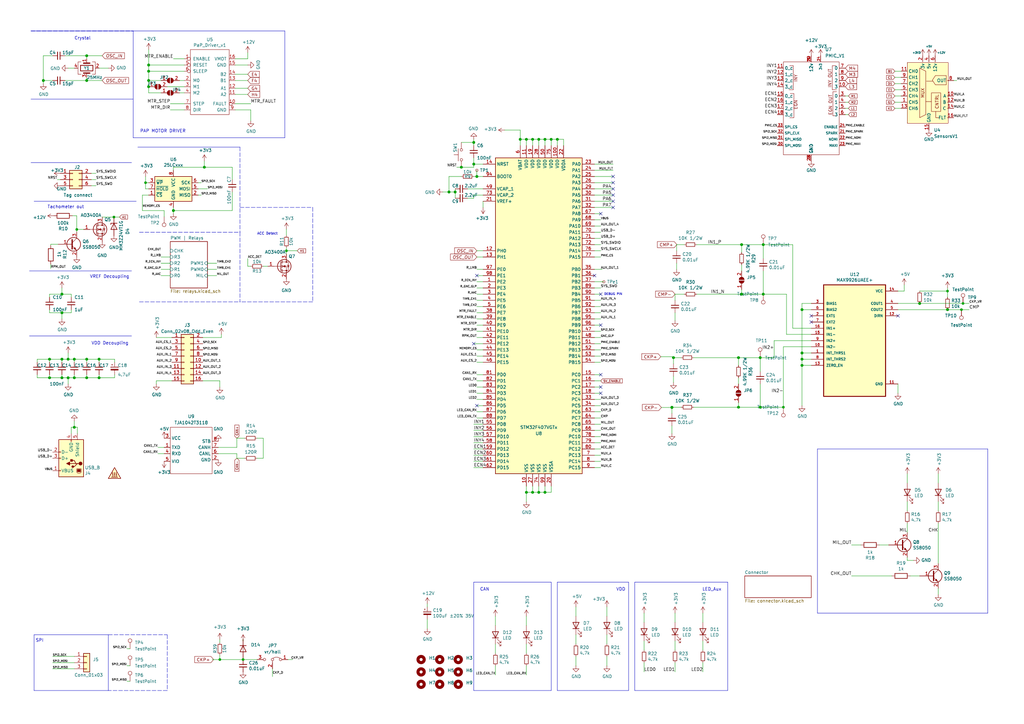
<source format=kicad_sch>
(kicad_sch (version 20211123) (generator eeschema)
  (paper "A3")
  (title_block (title "uEFI") (date "2023-01-22") (rev "v4.x") (company "Churrosoft"))
  (junction (at 20.32 147.32) (diameter 1.016))
  (junction (at 35.56 33.02) (diameter 1.016))
  (junction (at 27.94 154.94) (diameter 1.016))
  (junction (at 31.496 94.107) (diameter 0.9144))
  (junction (at 35.56 22.86) (diameter 1.016))
  (junction (at 186.69 78.74) (diameter 1.016))
  (junction (at 328.93 127) (diameter 1.016))
  (junction (at 215.9 201.93) (diameter 1.016))
  (junction (at 46.736 89.027) (diameter 0.9144))
  (junction (at 30.48 154.94) (diameter 1.016))
  (junction (at 17.78 33.02) (diameter 1.016))
  (junction (at 60.96 29.21) (diameter 1.016))
  (junction (at 215.9 57.15) (diameter 1.016))
  (junction (at 394.97 124.46) (diameter 0.9144))
  (junction (at 35.56 154.94) (diameter 1.016))
  (junction (at 195.58 72.39) (diameter 1.016))
  (junction (at 40.64 147.32) (diameter 1.016))
  (junction (at 184.15 78.74) (diameter 1.016))
  (junction (at 90.17 270.51))
  (junction (at 99.695 270.51))
  (junction (at 60.96 35.56) (diameter 1.016))
  (junction (at 313.055 120.65) (diameter 1.016))
  (junction (at 313.055 100.33) (diameter 1.016))
  (junction (at 218.44 201.93) (diameter 1.016))
  (junction (at 60.96 33.02) (diameter 1.016))
  (junction (at 223.52 57.15) (diameter 1.016))
  (junction (at 71.12 86.36) (diameter 1.016))
  (junction (at 223.52 201.93) (diameter 1.016))
  (junction (at 189.23 68.58) (diameter 1.016))
  (junction (at 311.785 146.685) (diameter 1.016))
  (junction (at 218.44 57.15) (diameter 1.016))
  (junction (at 20.32 154.94) (diameter 1.016))
  (junction (at 220.98 57.15) (diameter 1.016))
  (junction (at 194.31 58.42) (diameter 1.016))
  (junction (at 213.36 57.15) (diameter 1.016))
  (junction (at 25.4 128.27) (diameter 1.016))
  (junction (at 275.59 167.132) (diameter 1.016))
  (junction (at 194.31 67.31) (diameter 1.016))
  (junction (at 35.56 147.32) (diameter 1.016))
  (junction (at 25.4 147.32) (diameter 1.016))
  (junction (at 117.475 102.87))
  (junction (at 302.895 146.685) (diameter 1.016))
  (junction (at 304.165 100.33) (diameter 1.016))
  (junction (at 226.06 57.15) (diameter 1.016))
  (junction (at 60.96 26.67) (diameter 1.016))
  (junction (at 328.93 144.78) (diameter 1.016))
  (junction (at 302.895 167.005) (diameter 1.016))
  (junction (at 30.48 175.26) (diameter 1.016))
  (junction (at 59.69 74.93))
  (junction (at 40.64 154.94) (diameter 1.016))
  (junction (at 388.62 127) (diameter 1.016))
  (junction (at 220.98 201.93) (diameter 1.016))
  (junction (at 394.335 127) (diameter 0.9144))
  (junction (at 228.6 57.15) (diameter 1.016))
  (junction (at 275.59 167.005))
  (junction (at 377.19 124.46) (diameter 1.016))
  (junction (at 27.94 147.32) (diameter 1.016))
  (junction (at 311.785 167.005) (diameter 1.016))
  (junction (at 321.31 167.005) (diameter 0.9144))
  (junction (at 25.4 120.65) (diameter 1.016))
  (junction (at 83.82 68.58) (diameter 1.016))
  (junction (at 276.225 146.685) (diameter 1.016))
  (junction (at 328.93 149.86) (diameter 1.016))
  (junction (at 388.62 119.38))
  (junction (at 304.165 120.65) (diameter 1.016))
  (junction (at 25.4 154.94) (diameter 1.016))
  (junction (at 30.48 147.32) (diameter 1.016))
  (junction (at 328.93 147.32) (diameter 1.016))
  (no_connect (at 195.58 113.03))
  (no_connect (at 194.31 140.97))
  (no_connect (at 251.46 85.09))
  (no_connect (at 332.74 129.54))
  (no_connect (at 195.58 166.37))
  (no_connect (at 368.3 129.54))
  (no_connect (at 246.38 161.29))
  (no_connect (at 251.46 74.93))
  (no_connect (at 251.46 77.47))
  (no_connect (at 251.46 80.01))
  (no_connect (at 243.84 113.03))
  (no_connect (at 246.38 87.63))
  (no_connect (at 251.46 72.39))
  (no_connect (at 246.38 153.67))
  (no_connect (at 246.38 120.65))
  (no_connect (at 251.46 82.55))
  (no_connect (at 246.38 133.35))
  (no_connect (at 246.38 158.75))
  (no_connect (at 332.74 132.08))
  (wire (pts (xy 198.12 120.65) (xy 195.58 120.65)))
  (wire (pts (xy 25.4 154.94) (xy 20.32 154.94)))
  (wire (pts (xy 195.58 123.19) (xy 198.12 123.19)))
  (polyline (pts (xy 226.06 283.21) (xy 194.31 283.21)) (stroke (width 0.152) (type solid)))
  (wire (pts (xy 194.31 72.39) (xy 195.58 72.39)))
  (wire (pts (xy 25.4 118.11) (xy 25.4 120.65)))
  (wire (pts (xy 243.84 120.65) (xy 246.38 120.65)))
  (wire (pts (xy 60.96 29.21) (xy 60.96 26.67)))
  (wire (pts (xy 328.93 127) (xy 328.93 144.78)))
  (wire (pts (xy 367.03 29.21) (xy 369.57 29.21)))
  (polyline (pts (xy 98.425 60.325) (xy 98.425 95.25)) (stroke (width 0) (type dash)))
  (wire (pts (xy 332.74 142.24) (xy 321.31 142.24)))
  (wire (pts (xy 96.52 42.545) (xy 102.87 42.545)))
  (polyline (pts (xy 13.97 283.21) (xy 13.97 260.35)) (stroke (width 0.152) (type solid)))
  (polyline (pts (xy 194.31 238.76) (xy 194.31 283.21)) (stroke (width 0.152) (type solid)))
  (wire (pts (xy 30.48 153.67) (xy 30.48 154.94)))
  (wire (pts (xy 236.22 269.24) (xy 236.22 273.05)))
  (wire (pts (xy 203.2 273.05) (xy 203.2 276.86)))
  (wire (pts (xy 248.92 260.35) (xy 248.92 264.16)))
  (wire (pts (xy 194.31 59.69) (xy 194.31 58.42)))
  (wire (pts (xy 377.19 124.46) (xy 394.97 124.46)))
  (wire (pts (xy 275.59 174.625) (xy 275.59 177.8)))
  (wire (pts (xy 243.84 87.63) (xy 246.38 87.63)))
  (wire (pts (xy 246.38 123.19) (xy 243.84 123.19)))
  (wire (pts (xy 367.03 36.83) (xy 369.57 36.83)))
  (wire (pts (xy 332.74 127) (xy 328.93 127)))
  (polyline (pts (xy 116.84 56.515) (xy 54.61 56.515)) (stroke (width 0.152) (type solid)))
  (wire (pts (xy 243.84 184.15) (xy 246.38 184.15)))
  (wire (pts (xy 20.32 120.65) (xy 25.4 120.65)))
  (wire (pts (xy 90.17 262.255) (xy 90.17 263.525)))
  (wire (pts (xy 198.12 158.75) (xy 195.58 158.75)))
  (wire (pts (xy 194.31 67.31) (xy 194.31 64.77)))
  (wire (pts (xy 39.37 73.66) (xy 37.465 73.66)))
  (wire (pts (xy 246.38 146.05) (xy 243.84 146.05)))
  (wire (pts (xy 20.828 108.331) (xy 20.828 110.109)))
  (wire (pts (xy 20.32 128.27) (xy 20.32 127)))
  (wire (pts (xy 346.71 46.99) (xy 347.98 46.99)))
  (polyline (pts (xy 57.15 95.25) (xy 98.425 95.25)) (stroke (width 0) (type dash)))
  (wire (pts (xy 194.31 176.53) (xy 198.12 176.53)))
  (wire (pts (xy 317.5 139.7) (xy 317.5 146.685)))
  (wire (pts (xy 117.475 102.87) (xy 117.475 104.14)))
  (wire (pts (xy 73.66 38.1) (xy 75.565 38.1)))
  (wire (pts (xy 31.75 175.26) (xy 30.48 175.26)))
  (wire (pts (xy 195.58 102.87) (xy 198.12 102.87)))
  (wire (pts (xy 25.4 148.59) (xy 25.4 147.32)))
  (polyline (pts (xy 405.13 184.15) (xy 405.13 251.46)) (stroke (width 0.152) (type solid)))
  (wire (pts (xy 226.06 57.15) (xy 226.06 59.69)))
  (wire (pts (xy 288.29 251.46) (xy 288.29 255.27)))
  (wire (pts (xy 243.84 166.37) (xy 246.38 166.37)))
  (wire (pts (xy 81.28 77.47) (xy 85.09 77.47)))
  (wire (pts (xy 207.01 53.34) (xy 213.36 53.34)))
  (wire (pts (xy 218.44 57.15) (xy 218.44 59.69)))
  (wire (pts (xy 25.4 120.65) (xy 29.21 120.65)))
  (wire (pts (xy 71.12 85.09) (xy 71.12 86.36)))
  (wire (pts (xy 304.165 108.585) (xy 304.165 111.125)))
  (wire (pts (xy 35.56 22.86) (xy 35.56 24.13)))
  (polyline (pts (xy 12.7 12.7) (xy 54.61 12.7)) (stroke (width 0) (type dash)))
  (wire (pts (xy 101.6 109.22) (xy 102.87 109.22)))
  (wire (pts (xy 248.92 269.24) (xy 248.92 273.05)))
  (wire (pts (xy 388.62 119.38) (xy 377.19 119.38)))
  (wire (pts (xy 35.56 154.94) (xy 30.48 154.94)))
  (wire (pts (xy 194.31 181.61) (xy 198.12 181.61)))
  (wire (pts (xy 39.37 76.2) (xy 37.465 76.2)))
  (wire (pts (xy 226.06 201.93) (xy 226.06 199.39)))
  (wire (pts (xy 97.155 187.96) (xy 97.155 186.055)))
  (wire (pts (xy 213.36 53.34) (xy 213.36 57.15)))
  (wire (pts (xy 175.26 247.65) (xy 175.26 248.92)))
  (wire (pts (xy 346.71 44.45) (xy 347.98 44.45)))
  (polyline (pts (xy 335.28 184.15) (xy 405.13 184.15)) (stroke (width 0.152) (type solid)))
  (wire (pts (xy 27.94 147.32) (xy 30.48 147.32)))
  (polyline (pts (xy 194.31 238.76) (xy 226.06 238.76)) (stroke (width 0.152) (type solid)))
  (wire (pts (xy 220.98 201.93) (xy 218.44 201.93)))
  (wire (pts (xy 302.895 165.1) (xy 302.895 167.005)))
  (wire (pts (xy 231.14 57.15) (xy 231.14 59.69)))
  (wire (pts (xy 60.96 77.47) (xy 59.69 77.47)))
  (wire (pts (xy 246.38 171.45) (xy 243.84 171.45)))
  (wire (pts (xy 328.93 124.46) (xy 328.93 127)))
  (polyline (pts (xy 54.61 12.7) (xy 54.61 56.515)) (stroke (width 0.152) (type solid)))
  (wire (pts (xy 71.12 68.58) (xy 83.82 68.58)))
  (wire (pts (xy 332.74 139.7) (xy 317.5 139.7)))
  (wire (pts (xy 275.59 167.005) (xy 279.4 167.005)))
  (wire (pts (xy 277.495 107.95) (xy 277.495 110.49)))
  (wire (pts (xy 322.58 137.16) (xy 322.58 120.65)))
  (wire (pts (xy 288.29 271.78) (xy 288.29 275.59)))
  (wire (pts (xy 215.9 201.93) (xy 215.9 199.39)))
  (polyline (pts (xy 13.97 283.21) (xy 44.45 283.21)) (stroke (width 0.152) (type solid)))
  (wire (pts (xy 117.475 93.98) (xy 117.475 96.52)))
  (wire (pts (xy 203.2 264.16) (xy 203.2 267.97)))
  (wire (pts (xy 372.11 205.74) (xy 372.11 209.55)))
  (wire (pts (xy 223.52 201.93) (xy 220.98 201.93)))
  (polyline (pts (xy 260.35 283.21) (xy 298.45 283.21)) (stroke (width 0.152) (type solid)))
  (wire (pts (xy 246.38 140.97) (xy 243.84 140.97)))
  (wire (pts (xy 246.38 135.89) (xy 243.84 135.89)))
  (wire (pts (xy 60.96 29.21) (xy 75.565 29.21)))
  (wire (pts (xy 243.84 189.23) (xy 246.38 189.23)))
  (wire (pts (xy 52.07 279.4) (xy 53.34 279.4)))
  (wire (pts (xy 34.29 94.107) (xy 31.496 94.107)))
  (wire (pts (xy 194.31 189.23) (xy 198.12 189.23)))
  (wire (pts (xy 195.58 148.59) (xy 198.12 148.59)))
  (wire (pts (xy 332.74 124.46) (xy 328.93 124.46)))
  (wire (pts (xy 346.71 39.37) (xy 347.98 39.37)))
  (wire (pts (xy 243.84 82.55) (xy 251.46 82.55)))
  (wire (pts (xy 370.84 119.38) (xy 368.3 119.38)))
  (wire (pts (xy 271.272 167.132) (xy 275.59 167.132)))
  (wire (pts (xy 60.96 33.02) (xy 66.04 33.02)))
  (wire (pts (xy 223.52 201.93) (xy 226.06 201.93)))
  (wire (pts (xy 21.59 269.24) (xy 30.48 269.24)))
  (wire (pts (xy 388.62 118.11) (xy 388.62 119.38)))
  (wire (pts (xy 46.99 154.94) (xy 40.64 154.94)))
  (wire (pts (xy 46.99 153.67) (xy 46.99 154.94)))
  (wire (pts (xy 21.59 274.32) (xy 30.48 274.32)))
  (wire (pts (xy 194.31 58.42) (xy 189.23 58.42)))
  (wire (pts (xy 96.52 30.48) (xy 101.6 30.48)))
  (wire (pts (xy 246.38 95.25) (xy 243.84 95.25)))
  (wire (pts (xy 40.64 153.67) (xy 40.64 154.94)))
  (polyline (pts (xy 298.45 283.21) (xy 298.45 238.76)) (stroke (width 0.152) (type solid)))
  (wire (pts (xy 17.78 33.02) (xy 21.59 33.02)))
  (wire (pts (xy 243.84 173.99) (xy 246.38 173.99)))
  (wire (pts (xy 83.185 156.21) (xy 90.17 156.21)))
  (wire (pts (xy 69.85 45.085) (xy 75.565 45.085)))
  (wire (pts (xy 195.58 161.29) (xy 198.12 161.29)))
  (wire (pts (xy 367.03 31.75) (xy 369.57 31.75)))
  (wire (pts (xy 90.17 268.605) (xy 90.17 270.51)))
  (wire (pts (xy 29.21 175.26) (xy 30.48 175.26)))
  (wire (pts (xy 220.98 57.15) (xy 218.44 57.15)))
  (wire (pts (xy 191.77 81.28) (xy 194.31 81.28)))
  (wire (pts (xy 71.12 24.13) (xy 75.565 24.13)))
  (wire (pts (xy 198.12 113.03) (xy 195.58 113.03)))
  (wire (pts (xy 35.56 153.67) (xy 35.56 154.94)))
  (wire (pts (xy 213.36 57.15) (xy 215.9 57.15)))
  (wire (pts (xy 243.84 186.69) (xy 246.38 186.69)))
  (wire (pts (xy 198.12 67.31) (xy 194.31 67.31)))
  (wire (pts (xy 243.84 153.67) (xy 246.38 153.67)))
  (wire (pts (xy 67.31 186.055) (xy 64.77 186.055)))
  (wire (pts (xy 226.06 57.15) (xy 223.52 57.15)))
  (wire (pts (xy 30.48 148.59) (xy 30.48 147.32)))
  (wire (pts (xy 243.84 156.21) (xy 246.38 156.21)))
  (wire (pts (xy 23.495 73.66) (xy 24.765 73.66)))
  (wire (pts (xy 101.6 106.045) (xy 101.6 109.22)))
  (wire (pts (xy 328.93 147.32) (xy 332.74 147.32)))
  (wire (pts (xy 105.41 187.96) (xy 107.95 187.96)))
  (polyline (pts (xy 260.35 238.76) (xy 298.45 238.76)) (stroke (width 0.152) (type solid)))
  (wire (pts (xy 276.225 149.225) (xy 276.225 146.685)))
  (wire (pts (xy 264.16 262.89) (xy 264.16 266.7)))
  (polyline (pts (xy 53.975 137.795) (xy 12.065 137.795)) (stroke (width 0) (type solid)))
  (wire (pts (xy 243.84 77.47) (xy 251.46 77.47)))
  (polyline (pts (xy 228.6 238.76) (xy 228.6 283.21)) (stroke (width 0.152) (type solid)))
  (polyline (pts (xy 53.975 111.125) (xy 12.065 111.125)) (stroke (width 0) (type solid)))
  (wire (pts (xy 35.56 33.02) (xy 35.56 31.75)))
  (wire (pts (xy 195.58 133.35) (xy 198.12 133.35)))
  (wire (pts (xy 67.31 86.36) (xy 58.42 86.36)))
  (wire (pts (xy 101.6 24.13) (xy 101.6 21.59)))
  (wire (pts (xy 328.93 144.78) (xy 332.74 144.78)))
  (wire (pts (xy 35.56 148.59) (xy 35.56 147.32)))
  (wire (pts (xy 243.84 92.71) (xy 246.38 92.71)))
  (wire (pts (xy 243.84 72.39) (xy 251.46 72.39)))
  (wire (pts (xy 243.84 67.31) (xy 251.46 67.31)))
  (wire (pts (xy 64.135 156.21) (xy 64.135 157.48)))
  (wire (pts (xy 194.31 80.01) (xy 198.12 80.01)))
  (wire (pts (xy 195.58 125.73) (xy 198.12 125.73)))
  (wire (pts (xy 243.84 102.87) (xy 246.38 102.87)))
  (wire (pts (xy 248.92 248.92) (xy 248.92 252.73)))
  (wire (pts (xy 186.69 78.74) (xy 186.69 77.47)))
  (polyline (pts (xy 13.97 260.35) (xy 44.45 260.35)) (stroke (width 0.152) (type solid)))
  (wire (pts (xy 66.04 105.41) (xy 69.85 105.41)))
  (wire (pts (xy 215.9 264.16) (xy 215.9 267.97)))
  (wire (pts (xy 321.31 142.24) (xy 321.31 167.005)))
  (wire (pts (xy 107.95 179.705) (xy 105.41 179.705)))
  (wire (pts (xy 90.17 156.21) (xy 90.17 158.75)))
  (wire (pts (xy 246.38 90.17) (xy 243.84 90.17)))
  (wire (pts (xy 247.65 115.57) (xy 243.84 115.57)))
  (wire (pts (xy 29.21 128.27) (xy 25.4 128.27)))
  (wire (pts (xy 246.38 100.33) (xy 243.84 100.33)))
  (wire (pts (xy 184.15 72.39) (xy 184.15 78.74)))
  (wire (pts (xy 97.155 179.705) (xy 100.33 179.705)))
  (wire (pts (xy 372.11 214.63) (xy 372.11 218.44)))
  (polyline (pts (xy 12.7 12.7) (xy 54.61 12.7)) (stroke (width 0) (type solid)))
  (wire (pts (xy 332.74 137.16) (xy 322.58 137.16)))
  (wire (pts (xy 384.81 205.74) (xy 384.81 209.55)))
  (wire (pts (xy 236.22 260.35) (xy 236.22 264.16)))
  (wire (pts (xy 189.23 72.39) (xy 184.15 72.39)))
  (polyline (pts (xy 98.425 60.325) (xy 56.515 60.325)) (stroke (width 0) (type solid)))
  (wire (pts (xy 90.805 138.43) (xy 90.805 137.16)))
  (wire (pts (xy 83.82 68.58) (xy 95.25 68.58)))
  (wire (pts (xy 73.66 33.02) (xy 75.565 33.02)))
  (wire (pts (xy 60.96 33.02) (xy 60.96 29.21)))
  (wire (pts (xy 17.78 22.86) (xy 17.78 33.02)))
  (wire (pts (xy 215.9 205.74) (xy 215.9 201.93)))
  (wire (pts (xy 85.09 113.03) (xy 88.9 113.03)))
  (polyline (pts (xy 55.88 82.55) (xy 13.97 82.55)) (stroke (width 0) (type solid)))
  (wire (pts (xy 60.96 20.32) (xy 60.96 26.67)))
  (wire (pts (xy 66.04 38.1) (xy 60.96 38.1)))
  (wire (pts (xy 195.58 138.43) (xy 198.12 138.43)))
  (wire (pts (xy 195.58 128.27) (xy 198.12 128.27)))
  (wire (pts (xy 100.33 187.96) (xy 97.155 187.96)))
  (wire (pts (xy 39.37 71.12) (xy 37.465 71.12)))
  (wire (pts (xy 264.16 251.46) (xy 264.16 255.27)))
  (polyline (pts (xy 68.58 283.21) (xy 44.45 283.21)))
  (wire (pts (xy 59.69 77.47) (xy 59.69 74.93)))
  (wire (pts (xy 246.38 179.07) (xy 243.84 179.07)))
  (wire (pts (xy 276.225 146.685) (xy 279.4 146.685)))
  (wire (pts (xy 194.31 184.15) (xy 198.12 184.15)))
  (wire (pts (xy 198.12 168.91) (xy 195.58 168.91)))
  (wire (pts (xy 30.48 154.94) (xy 27.94 154.94)))
  (wire (pts (xy 367.03 41.91) (xy 369.57 41.91)))
  (polyline (pts (xy 226.06 238.76) (xy 226.06 283.21)) (stroke (width 0.152) (type solid)))
  (wire (pts (xy 284.48 167.005) (xy 302.895 167.005)))
  (wire (pts (xy 332.74 134.62) (xy 325.12 134.62)))
  (wire (pts (xy 102.87 45.085) (xy 102.87 49.53)))
  (wire (pts (xy 228.6 57.15) (xy 231.14 57.15)))
  (wire (pts (xy 99.695 269.875) (xy 99.695 270.51)))
  (wire (pts (xy 370.84 116.84) (xy 370.84 119.38)))
  (wire (pts (xy 284.48 146.685) (xy 302.895 146.685)))
  (wire (pts (xy 69.85 42.545) (xy 75.565 42.545)))
  (wire (pts (xy 243.84 118.11) (xy 246.38 118.11)))
  (wire (pts (xy 117.475 101.6) (xy 117.475 102.87)))
  (wire (pts (xy 384.81 241.3) (xy 384.81 243.84)))
  (wire (pts (xy 17.78 34.29) (xy 17.78 33.02)))
  (wire (pts (xy 285.75 120.65) (xy 304.165 120.65)))
  (wire (pts (xy 40.64 154.94) (xy 35.56 154.94)))
  (wire (pts (xy 276.86 128.27) (xy 276.86 131.445)))
  (polyline (pts (xy 98.425 85.09) (xy 128.27 85.09)))
  (wire (pts (xy 64.77 183.515) (xy 67.31 183.515)))
  (wire (pts (xy 20.32 153.67) (xy 20.32 154.94)))
  (wire (pts (xy 195.58 72.39) (xy 198.12 72.39)))
  (wire (pts (xy 96.52 38.735) (xy 101.6 38.735)))
  (wire (pts (xy 243.84 69.85) (xy 251.46 69.85)))
  (wire (pts (xy 20.32 121.92) (xy 20.32 120.65)))
  (wire (pts (xy 271.018 146.304) (xy 276.225 146.304)))
  (wire (pts (xy 21.59 22.86) (xy 17.78 22.86)))
  (wire (pts (xy 30.48 175.26) (xy 30.48 172.72)))
  (wire (pts (xy 311.785 157.48) (xy 311.785 167.005)))
  (wire (pts (xy 304.165 103.505) (xy 304.165 100.33)))
  (wire (pts (xy 20.828 100.711) (xy 20.828 100.203)))
  (wire (pts (xy 288.29 262.89) (xy 288.29 266.7)))
  (wire (pts (xy 96.52 45.085) (xy 102.87 45.085)))
  (wire (pts (xy 189.23 68.58) (xy 194.31 68.58)))
  (wire (pts (xy 304.165 120.65) (xy 313.055 120.65)))
  (wire (pts (xy 368.3 124.46) (xy 377.19 124.46)))
  (wire (pts (xy 218.44 201.93) (xy 215.9 201.93)))
  (wire (pts (xy 228.6 59.69) (xy 228.6 57.15)))
  (wire (pts (xy 367.03 34.29) (xy 369.57 34.29)))
  (wire (pts (xy 246.38 125.73) (xy 243.84 125.73)))
  (polyline (pts (xy 128.27 85.09) (xy 128.27 123.825)))
  (wire (pts (xy 41.91 33.02) (xy 35.56 33.02)))
  (wire (pts (xy 194.31 68.58) (xy 194.31 67.31)))
  (wire (pts (xy 277.495 102.87) (xy 277.495 100.33)))
  (wire (pts (xy 86.995 270.51) (xy 90.17 270.51)))
  (wire (pts (xy 107.95 179.705) (xy 107.95 187.96)))
  (polyline (pts (xy 53.975 66.675) (xy 12.7 66.675)) (stroke (width 0) (type solid)))
  (wire (pts (xy 302.895 149.86) (xy 302.895 146.685)))
  (polyline (pts (xy 54.61 40.64) (xy 12.7 40.64)) (stroke (width 0) (type solid)))
  (wire (pts (xy 60.96 38.1) (xy 60.96 35.56)))
  (wire (pts (xy 195.58 166.37) (xy 198.12 166.37)))
  (wire (pts (xy 394.335 127) (xy 397.51 127)))
  (wire (pts (xy 58.42 80.01) (xy 60.96 80.01)))
  (wire (pts (xy 29.21 120.65) (xy 29.21 121.92)))
  (polyline (pts (xy 257.81 283.21) (xy 257.81 238.76)) (stroke (width 0.152) (type solid)))
  (wire (pts (xy 313.055 106.045) (xy 313.055 100.33)))
  (wire (pts (xy 388.62 121.92) (xy 388.62 119.38)))
  (wire (pts (xy 220.98 57.15) (xy 220.98 59.69)))
  (wire (pts (xy 20.32 147.32) (xy 25.4 147.32)))
  (wire (pts (xy 58.42 80.01) (xy 58.42 86.36)))
  (wire (pts (xy 99.695 270.51) (xy 105.41 270.51)))
  (polyline (pts (xy 98.425 95.25) (xy 98.425 123.825)) (stroke (width 0) (type dash)))
  (wire (pts (xy 311.785 152.4) (xy 311.785 146.685)))
  (wire (pts (xy 243.84 191.77) (xy 246.38 191.77)))
  (wire (pts (xy 175.26 254) (xy 175.26 257.81)))
  (wire (pts (xy 243.84 181.61) (xy 246.38 181.61)))
  (wire (pts (xy 203.2 252.73) (xy 203.2 256.54)))
  (wire (pts (xy 215.9 57.15) (xy 215.9 59.69)))
  (wire (pts (xy 328.93 147.32) (xy 328.93 144.78)))
  (wire (pts (xy 46.99 148.59) (xy 46.99 147.32)))
  (wire (pts (xy 349.25 223.52) (xy 353.06 223.52)))
  (wire (pts (xy 276.86 123.19) (xy 276.86 120.65)))
  (wire (pts (xy 275.59 167.132) (xy 275.59 169.545)))
  (wire (pts (xy 95.25 78.74) (xy 95.25 86.36)))
  (wire (pts (xy 243.84 138.43) (xy 246.38 138.43)))
  (wire (pts (xy 60.96 26.67) (xy 75.565 26.67)))
  (wire (pts (xy 243.84 110.49) (xy 247.015 110.49)))
  (wire (pts (xy 118.11 270.51) (xy 120.015 270.51)))
  (wire (pts (xy 25.4 147.32) (xy 27.94 147.32)))
  (wire (pts (xy 243.84 133.35) (xy 246.38 133.35)))
  (wire (pts (xy 223.52 57.15) (xy 220.98 57.15)))
  (wire (pts (xy 198.12 105.41) (xy 195.58 105.41)))
  (wire (pts (xy 243.84 74.93) (xy 251.46 74.93)))
  (wire (pts (xy 27.94 27.94) (xy 30.48 27.94)))
  (wire (pts (xy 66.04 110.49) (xy 69.85 110.49)))
  (wire (pts (xy 20.32 148.59) (xy 20.32 147.32)))
  (wire (pts (xy 85.09 107.95) (xy 88.9 107.95)))
  (wire (pts (xy 194.31 186.69) (xy 198.12 186.69)))
  (wire (pts (xy 20.828 100.203) (xy 23.876 100.203)))
  (wire (pts (xy 30.48 147.32) (xy 35.56 147.32)))
  (wire (pts (xy 194.31 57.15) (xy 194.31 58.42)))
  (wire (pts (xy 313.055 100.33) (xy 304.165 100.33)))
  (wire (pts (xy 277.495 100.33) (xy 280.67 100.33)))
  (polyline (pts (xy 116.84 12.7) (xy 116.84 56.515)) (stroke (width 0.152) (type solid)))
  (wire (pts (xy 264.16 271.78) (xy 264.16 275.59)))
  (wire (pts (xy 67.31 88.9) (xy 67.31 86.36)))
  (wire (pts (xy 29.21 127) (xy 29.21 128.27)))
  (wire (pts (xy 243.84 148.59) (xy 246.38 148.59)))
  (wire (pts (xy 198.12 135.89) (xy 195.58 135.89)))
  (wire (pts (xy 15.24 147.32) (xy 20.32 147.32)))
  (wire (pts (xy 243.84 80.01) (xy 251.46 80.01)))
  (wire (pts (xy 243.84 161.29) (xy 246.38 161.29)))
  (wire (pts (xy 195.58 115.57) (xy 198.12 115.57)))
  (wire (pts (xy 220.98 199.39) (xy 220.98 201.93)))
  (wire (pts (xy 384.81 194.31) (xy 384.81 198.12)))
  (wire (pts (xy 304.165 118.745) (xy 304.165 120.65)))
  (wire (pts (xy 107.95 109.22) (xy 109.855 109.22)))
  (wire (pts (xy 302.895 167.005) (xy 311.785 167.005)))
  (wire (pts (xy 372.11 229.87) (xy 374.65 229.87)))
  (wire (pts (xy 60.96 35.56) (xy 60.96 33.02)))
  (wire (pts (xy 83.185 138.43) (xy 90.805 138.43)))
  (wire (pts (xy 372.11 194.31) (xy 372.11 198.12)))
  (wire (pts (xy 95.25 86.36) (xy 71.12 86.36)))
  (wire (pts (xy 215.9 252.73) (xy 215.9 256.54)))
  (wire (pts (xy 181.61 78.74) (xy 184.15 78.74)))
  (wire (pts (xy 96.52 33.02) (xy 101.6 33.02)))
  (wire (pts (xy 243.84 163.83) (xy 246.38 163.83)))
  (wire (pts (xy 46.99 147.32) (xy 40.64 147.32)))
  (wire (pts (xy 223.52 57.15) (xy 223.52 59.69)))
  (wire (pts (xy 70.485 156.21) (xy 64.135 156.21)))
  (wire (pts (xy 311.785 146.685) (xy 302.895 146.685)))
  (wire (pts (xy 40.64 147.32) (xy 40.64 148.59)))
  (wire (pts (xy 25.4 153.67) (xy 25.4 154.94)))
  (wire (pts (xy 59.69 74.93) (xy 60.96 74.93)))
  (polyline (pts (xy 260.35 238.76) (xy 260.35 283.21)) (stroke (width 0.152) (type solid)))
  (wire (pts (xy 243.84 85.09) (xy 251.46 85.09)))
  (wire (pts (xy 66.04 113.03) (xy 69.85 113.03)))
  (wire (pts (xy 189.23 68.58) (xy 187.325 68.58)))
  (polyline (pts (xy 54.61 12.7) (xy 116.84 12.7)) (stroke (width 0.152) (type solid)))
  (polyline (pts (xy 228.6 283.21) (xy 257.81 283.21)) (stroke (width 0.152) (type solid)))
  (wire (pts (xy 213.36 57.15) (xy 213.36 59.69)))
  (wire (pts (xy 21.59 271.78) (xy 30.48 271.78)))
  (wire (pts (xy 368.3 157.48) (xy 368.3 161.29)))
  (wire (pts (xy 95.25 68.58) (xy 95.25 73.66)))
  (wire (pts (xy 285.75 100.33) (xy 304.165 100.33)))
  (wire (pts (xy 322.58 120.65) (xy 313.055 120.65)))
  (wire (pts (xy 52.07 266.065) (xy 53.34 266.065)))
  (wire (pts (xy 186.69 78.74) (xy 186.69 81.28)))
  (wire (pts (xy 276.86 262.89) (xy 276.86 266.7)))
  (wire (pts (xy 194.31 173.99) (xy 198.12 173.99)))
  (wire (pts (xy 20.32 154.94) (xy 15.24 154.94)))
  (polyline (pts (xy 128.27 123.825) (xy 98.425 123.825)))
  (wire (pts (xy 246.38 130.81) (xy 243.84 130.81)))
  (wire (pts (xy 27.94 144.78) (xy 27.94 147.32)))
  (wire (pts (xy 243.84 105.41) (xy 246.38 105.41)))
  (wire (pts (xy 89.535 186.055) (xy 97.155 186.055)))
  (wire (pts (xy 195.58 143.51) (xy 198.12 143.51)))
  (wire (pts (xy 81.28 80.01) (xy 82.55 80.01)))
  (wire (pts (xy 194.31 81.28) (xy 194.31 80.01)))
  (wire (pts (xy 29.718 88.519) (xy 31.496 88.519)))
  (polyline (pts (xy 228.6 238.76) (xy 257.81 238.76)) (stroke (width 0.152) (type solid)))
  (wire (pts (xy 373.38 236.22) (xy 377.19 236.22)))
  (wire (pts (xy 218.44 57.15) (xy 215.9 57.15)))
  (wire (pts (xy 96.52 24.13) (xy 101.6 24.13)))
  (wire (pts (xy 71.12 69.85) (xy 71.12 68.58)))
  (wire (pts (xy 228.6 57.15) (xy 226.06 57.15)))
  (wire (pts (xy 41.91 22.86) (xy 35.56 22.86)))
  (wire (pts (xy 218.44 199.39) (xy 218.44 201.93)))
  (wire (pts (xy 246.38 176.53) (xy 243.84 176.53)))
  (wire (pts (xy 25.4 130.81) (xy 25.4 128.27)))
  (wire (pts (xy 243.84 97.79) (xy 246.38 97.79)))
  (wire (pts (xy 191.77 77.47) (xy 198.12 77.47)))
  (wire (pts (xy 44.45 27.94) (xy 40.64 27.94)))
  (wire (pts (xy 27.94 157.48) (xy 27.94 154.94)))
  (wire (pts (xy 215.9 273.05) (xy 215.9 276.86)))
  (wire (pts (xy 276.86 120.65) (xy 280.67 120.65)))
  (wire (pts (xy 194.31 179.07) (xy 198.12 179.07)))
  (wire (pts (xy 317.5 146.685) (xy 311.785 146.685)))
  (wire (pts (xy 31.496 88.519) (xy 31.496 94.107)))
  (wire (pts (xy 68.58 35.56) (xy 75.565 35.56)))
  (wire (pts (xy 194.31 140.97) (xy 198.12 140.97)))
  (wire (pts (xy 276.86 271.78) (xy 276.86 275.59)))
  (wire (pts (xy 81.28 74.93) (xy 82.55 74.93)))
  (wire (pts (xy 194.31 191.77) (xy 198.12 191.77)))
  (wire (pts (xy 198.12 146.05) (xy 195.58 146.05)))
  (polyline (pts (xy 57.15 123.825) (xy 98.425 123.825)) (stroke (width 0) (type dash)))
  (wire (pts (xy 302.895 154.94) (xy 302.895 157.48)))
  (wire (pts (xy 31.496 94.107) (xy 31.496 95.123)))
  (wire (pts (xy 59.69 72.39) (xy 59.69 74.93)))
  (wire (pts (xy 27.94 154.94) (xy 25.4 154.94)))
  (wire (pts (xy 83.82 66.04) (xy 83.82 68.58)))
  (wire (pts (xy 29.21 177.8) (xy 29.21 175.26)))
  (wire (pts (xy 117.475 102.87) (xy 121.92 102.87)))
  (wire (pts (xy 97.155 183.515) (xy 97.155 179.705)))
  (wire (pts (xy 195.58 156.21) (xy 198.12 156.21)))
  (wire (pts (xy 195.58 69.85) (xy 195.58 72.39)))
  (wire (pts (xy 198.12 163.83) (xy 195.58 163.83)))
  (wire (pts (xy 195.58 171.45) (xy 198.12 171.45)))
  (wire (pts (xy 394.97 124.46) (xy 397.51 124.46)))
  (wire (pts (xy 349.25 236.22) (xy 365.76 236.22)))
  (wire (pts (xy 26.67 33.02) (xy 35.56 33.02)))
  (polyline (pts (xy 44.45 283.21) (xy 44.45 260.35)) (stroke (width 0.152) (type solid)))
  (wire (pts (xy 41.91 89.027) (xy 46.736 89.027)))
  (wire (pts (xy 99.695 262.255) (xy 99.695 262.89)))
  (wire (pts (xy 195.58 110.49) (xy 198.12 110.49)))
  (wire (pts (xy 346.71 41.91) (xy 347.98 41.91)))
  (wire (pts (xy 391.16 33.02) (xy 392.43 33.02)))
  (wire (pts (xy 66.04 107.95) (xy 69.85 107.95)))
  (wire (pts (xy 195.58 118.11) (xy 198.12 118.11)))
  (polyline (pts (xy 44.45 260.35) (xy 68.58 260.35)))
  (wire (pts (xy 198.12 130.81) (xy 195.58 130.81)))
  (wire (pts (xy 26.67 22.86) (xy 35.56 22.86)))
  (wire (pts (xy 184.15 78.74) (xy 186.69 78.74)))
  (wire (pts (xy 388.62 127) (xy 394.335 127)))
  (wire (pts (xy 368.3 127) (xy 388.62 127)))
  (wire (pts (xy 71.12 86.36) (xy 71.12 87.63)))
  (wire (pts (xy 243.84 158.75) (xy 246.38 158.75)))
  (wire (pts (xy 46.736 89.027) (xy 49.022 89.027)))
  (wire (pts (xy 236.22 248.92) (xy 236.22 252.73)))
  (wire (pts (xy 96.52 36.195) (xy 101.6 36.195)))
  (wire (pts (xy 367.03 44.45) (xy 369.57 44.45)))
  (wire (pts (xy 15.24 154.94) (xy 15.24 153.67)))
  (wire (pts (xy 275.59 167.005) (xy 275.59 167.132)))
  (wire (pts (xy 85.09 110.49) (xy 88.9 110.49)))
  (polyline (pts (xy 335.28 251.46) (xy 405.13 251.46)) (stroke (width 0.152) (type solid)))
  (wire (pts (xy 367.03 39.37) (xy 369.57 39.37)))
  (wire (pts (xy 31.75 177.8) (xy 31.75 175.26)))
  (wire (pts (xy 90.17 270.51) (xy 99.695 270.51)))
  (wire (pts (xy 243.84 128.27) (xy 246.38 128.27)))
  (wire (pts (xy 64.135 138.43) (xy 70.485 138.43)))
  (wire (pts (xy 223.52 199.39) (xy 223.52 201.93)))
  (wire (pts (xy 246.38 168.91) (xy 243.84 168.91)))
  (wire (pts (xy 243.84 143.51) (xy 246.38 143.51)))
  (polyline (pts (xy 68.58 260.35) (xy 68.58 283.21)))
  (wire (pts (xy 321.31 167.005) (xy 311.785 167.005)))
  (wire (pts (xy 96.52 26.67) (xy 101.6 26.67)))
  (wire (pts (xy 372.11 228.6) (xy 372.11 229.87)))
  (wire (pts (xy 313.055 111.125) (xy 313.055 120.65)))
  (wire (pts (xy 111.76 274.32) (xy 111.76 277.495)))
  (polyline (pts (xy 335.28 184.15) (xy 335.28 251.46)) (stroke (width 0.152) (type solid)))
  (wire (pts (xy 198.12 85.09) (xy 198.12 82.55)))
  (wire (pts (xy 328.93 166.37) (xy 328.93 149.86)))
  (wire (pts (xy 328.93 149.86) (xy 332.74 149.86)))
  (wire (pts (xy 325.12 134.62) (xy 325.12 100.33)))
  (wire (pts (xy 276.225 154.305) (xy 276.225 156.845)))
  (wire (pts (xy 198.12 153.67) (xy 195.58 153.67)))
  (wire (pts (xy 15.24 148.59) (xy 15.24 147.32)))
  (wire (pts (xy 276.225 146.304) (xy 276.225 146.685)))
  (wire (pts (xy 52.07 273.05) (xy 53.34 273.05)))
  (wire (pts (xy 384.81 214.63) (xy 384.81 231.14)))
  (wire (pts (xy 89.535 183.515) (xy 97.155 183.515)))
  (wire (pts (xy 276.86 251.46) (xy 276.86 255.27)))
  (wire (pts (xy 35.56 147.32) (xy 40.64 147.32)))
  (wire (pts (xy 360.68 223.52) (xy 364.49 223.52)))
  (wire (pts (xy 328.93 149.86) (xy 328.93 147.32)))
  (wire (pts (xy 325.12 100.33) (xy 313.055 100.33)))
  (wire (pts (xy 25.4 128.27) (xy 20.32 128.27)))
  (text "SPI" (at 14.605 263.525 0) (effects (font (size 1.27 1.27)) (justify left bottom)))
  (text "DEBUG PIN" (at 255.27 121.285 180) (effects (font (size 0.889 0.889)) (justify right bottom)))
  (text "ACC Detect" (at 105.41 96.52 0) (effects (font (size 1 1)) (justify left bottom)))
  (text "Tachometer out" (at 19.431 85.725 0) (effects (font (size 1.27 1.27)) (justify left bottom)))
  (text "VREF Decoupling" (at 36.83 114.3 0) (effects (font (size 1.27 1.27)) (justify left bottom)))
  (text "CAN" (at 196.85 242.57 0) (effects (font (size 1.27 1.27)) (justify left bottom)))
  (text "PAP MOTOR DRIVER" (at 76.2 54.61 180) (effects (font (size 1.27 1.27)) (justify right bottom)))
  (text "VDD" (at 256.54 242.57 180) (effects (font (size 1.27 1.27)) (justify right bottom)))
  (text "Crystal" (at 30.48 16.51 0) (effects (font (size 1.27 1.27)) (justify left bottom)))
  (text "VDD Decoupling" (at 37.465 141.605 0) (effects (font (size 1.27 1.27)) (justify left bottom)))
  (text "LED_Aux" (at 295.91 242.57 180) (effects (font (size 1.27 1.27)) (justify right bottom)))
  (label "SPI2_SCK" (at 318.77 54.61 180) (effects (font (size 0.7874 0.7874))))
  (label "ECN2" (at 318.77 41.91 180))
  (label "SPI2_SCK" (at 52.07 266.065 180) (effects (font (size 0.7874 0.7874))))
  (label "PMIC_CS" (at 246.38 105.41 0) (effects (font (size 0.7874 0.7874))))
  (label "MTR_DIR" (at 69.85 45.085 180))
  (label "NRST" (at 23.495 73.66 180) (effects (font (size 0.9906 0.9906))))
  (label "ECN1" (at 318.77 39.37 180))
  (label "AUX_OUT_1" (at 83.185 148.59 0) (effects (font (size 0.889 0.889))))
  (label "INY4" (at 318.77 35.56 180))
  (label "R_LMB" (at 195.58 110.49 180) (effects (font (size 0.889 0.889))))
  (label "MTR_FAULT" (at 102.87 42.545 0))
  (label "MIL_OUT" (at 246.38 173.99 0) (effects (font (size 0.889 0.889))))
  (label "LED_CAN_RX" (at 195.58 168.91 180) (effects (font (size 0.889 0.889))))
  (label "MUX_A" (at 391.16 39.37 0) (effects (font (size 0.889 0.889))))
  (label "SPI2_MOSI" (at 318.77 59.69 180) (effects (font (size 0.7874 0.7874))))
  (label "SYS_SWCLK" (at 246.38 102.87 0) (effects (font (size 0.9906 0.9906))))
  (label "PA7" (at 250.825 85.09 180))
  (label "LED2" (at 288.29 275.59 180))
  (label "R_GNC_GLP" (at 195.58 118.11 180) (effects (font (size 0.8 0.8))))
  (label "MUX_C" (at 391.16 44.45 0) (effects (font (size 0.889 0.889))))
  (label "AUX_OUT_2" (at 246.38 166.37 0) (effects (font (size 0.889 0.889))))
  (label "IN1_P" (at 295.91 100.33 180))
  (label "MUX_OUT" (at 392.43 33.02 0) (effects (font (size 0.889 0.889))))
  (label "AUX_IN_4" (at 246.38 123.19 0) (effects (font (size 0.889 0.889))))
  (label "ECN4" (at 194.31 191.77 0))
  (label "AUX_IN_1" (at 246.38 130.81 0) (effects (font (size 0.889 0.889))))
  (label "CHK" (at 384.81 218.44 180))
  (label "MUX_C" (at 246.38 191.77 0) (effects (font (size 0.889 0.889))))
  (label "MTR_ENABLE" (at 195.58 130.81 180) (effects (font (size 0.889 0.889))))
  (label "MTR_STEP" (at 195.58 133.35 180) (effects (font (size 0.889 0.889))))
  (label "AUX_CS_1" (at 195.58 146.05 180) (effects (font (size 0.889 0.889))))
  (label "SPI2_MOSI" (at 83.185 146.05 0) (effects (font (size 0.7874 0.7874))))
  (label "AUX_IN_2" (at 70.485 148.59 180) (effects (font (size 0.889 0.889))))
  (label "PMIC_SPARK" (at 346.71 54.61 0) (effects (font (size 0.7874 0.7874))))
  (label "R_ECN_INY" (at 195.58 115.57 180) (effects (font (size 0.8 0.8))))
  (label "SYS_SWO" (at 39.37 76.2 0) (effects (font (size 0.9906 0.9906))))
  (label "CKP_D" (at 111.76 276.606 0) (effects (font (size 0.889 0.889))))
  (label "PMIC_NOMI" (at 246.38 179.07 0) (effects (font (size 0.7874 0.7874))))
  (label "MUX_FLT" (at 251.46 69.85 180) (effects (font (size 0.889 0.889))))
  (label "ACC_DET" (at 246.38 184.15 0) (effects (font (size 0.889 0.889))))
  (label "INY2" (at 318.77 30.48 180))
  (label "CHK_OUT" (at 349.25 236.22 180))
  (label "USB_D-" (at 246.38 95.25 0) (effects (font (size 0.9906 0.9906))))
  (label "LED_CAN_TX" (at 195.58 171.45 180) (effects (font (size 0.889 0.889))))
  (label "R_LMB" (at 66.04 105.41 180) (effects (font (size 0.889 0.889))))
  (label "CMP" (at 246.38 171.45 0) (effects (font (size 0.889 0.889))))
  (label "SPI2_MOSI" (at 21.59 271.78 0) (effects (font (size 0.7874 0.7874))))
  (label "PMIC_CS" (at 318.77 52.07 180) (effects (font (size 0.7874 0.7874))))
  (label "AUX_IN_3" (at 246.38 125.73 0) (effects (font (size 0.889 0.889))))
  (label "R_AAC" (at 66.04 113.03 180) (effects (font (size 0.8 0.8))))
  (label "AUX_CS_1" (at 70.485 140.97 180) (effects (font (size 0.889 0.889))))
  (label "PMIC_MAXI" (at 246.38 181.61 0) (effects (font (size 0.7874 0.7874))))
  (label "CAN1_RX" (at 64.77 186.055 180) (effects (font (size 0.889 0.889))))
  (label "TIM9_CH1" (at 88.9 110.49 0) (effects (font (size 0.8 0.8))))
  (label "PMIC_ENABLE" (at 346.71 52.07 0) (effects (font (size 0.7874 0.7874))))
  (label "SPI2_SCK" (at 83.185 140.97 0) (effects (font (size 0.7874 0.7874))))
  (label "R_ECN_INY" (at 66.04 107.95 180) (effects (font (size 0.8 0.8))))
  (label "SYS_SWDIO" (at 39.37 71.12 0) (effects (font (size 0.9906 0.9906))))
  (label "LED0" (at 264.16 275.59 0))
  (label "CAN1_RX" (at 195.58 153.67 180) (effects (font (size 0.889 0.889))))
  (label "AUX_IN_4" (at 70.485 153.67 180) (effects (font (size 0.889 0.889))))
  (label "USB_D+" (at 246.38 97.79 0) (effects (font (size 0.9906 0.9906))))
  (label "SYS_SWO" (at 246.38 118.11 0) (effects (font (size 0.9906 0.9906))))
  (label "MUX_FLT" (at 391.16 48.26 0) (effects (font (size 0.889 0.889))))
  (label "INY4" (at 194.31 181.61 0))
  (label "SPI2_SCK" (at 21.59 269.24 0) (effects (font (size 0.7874 0.7874))))
  (label "MTR_FAULT" (at 195.58 128.27 180) (effects (font (size 0.889 0.889))))
  (label "AUX_OUT_3" (at 83.185 153.67 0) (effects (font (size 0.889 0.889))))
  (label "AUX_CS_2" (at 70.485 143.51 180) (effects (font (size 0.889 0.889))))
  (label "IN2+" (at 317.5 143.51 180))
  (label "R_GNC_GLP" (at 66.04 110.49 180) (effects (font (size 0.8 0.8))))
  (label "CHK_OUT" (at 246.38 176.53 0) (effects (font (size 0.889 0.889))))
  (label "AUX_OUT_2" (at 83.185 151.13 0) (effects (font (size 0.889 0.889))))
  (label "MIL_OUT" (at 349.25 223.52 180))
  (label "SPI2_MISO" (at 246.38 146.05 0) (effects (font (size 0.7874 0.7874))))
  (label "MTR_ENABLE" (at 71.12 24.13 180))
  (label "ECN1" (at 194.31 184.15 0))
  (label "MIL_OUT" (at 88.9 113.03 0) (effects (font (size 0.8 0.8))))
  (label "LED2" (at 195.58 163.83 180) (effects (font (size 0.889 0.889))))
  (label "INY3" (at 318.77 33.02 180))
  (label "INY1" (at 194.31 173.99 0))
  (label "INY3" (at 194.31 179.07 0))
  (label "SPI2_MISO" (at 83.185 143.51 0) (effects (font (size 0.7874 0.7874))))
  (label "SPI2_MISO" (at 21.59 274.32 0) (effects (font (size 0.7874 0.7874))))
  (label "MUX_B" (at 391.16 41.91 0) (effects (font (size 0.889 0.889))))
  (label "LED_CAN_RX" (at 215.9 276.86 180) (effects (font (size 0.889 0.889))))
  (label "ACC_DET" (at 101.6 106.045 0) (effects (font (size 0.889 0.889))))
  (label "MUX_OUT" (at 251.46 67.31 180) (effects (font (size 0.889 0.889))))
  (label "MUX_A" (at 246.38 186.69 0) (effects (font (size 0.889 0.889))))
  (label "PMIC_ENABLE" (at 246.38 140.97 0) (effects (font (size 0.7874 0.7874))))
  (label "SPI2_MOSI" (at 52.07 273.05 180) (effects (font (size 0.7874 0.7874))))
  (label "MEMORY_CS" (at 58.42 85.09 0) (effects (font (size 0.8 0.8))))
  (label "RPM_OUT" (at 195.58 138.43 180) (effects (font (size 0.889 0.889))))
  (label "VBUS" (at 21.59 193.04 180) (effects (font (size 0.8 0.8))))
  (label "MIL" (at 372.11 218.44 180))
  (label "ECN2" (at 194.31 186.69 0))
  (label "PA5" (at 250.825 80.01 180))
  (label "LED0" (at 195.58 158.75 180) (effects (font (size 0.889 0.889))))
  (label "NRST" (at 187.325 68.58 180) (effects (font (size 0.9906 0.9906))))
  (label "INY1" (at 318.77 27.94 180))
  (label "MTR_DIR" (at 195.58 135.89 180) (effects (font (size 0.889 0.889))))
  (label "CHK_OUT" (at 66.04 102.87 180) (effects (font (size 0.8 0.8))))
  (label "R_AAC" (at 195.58 120.65 180) (effects (font (size 0.8 0.8))))
  (label "LED1" (at 276.86 275.59 180))
  (label "ECN3" (at 194.31 189.23 0))
  (label "SPI2_MISO" (at 318.77 57.15 180) (effects (font (size 0.7874 0.7874))))
  (label "ECN3" (at 318.77 44.45 180))
  (label "TIM9_CH2" (at 195.58 125.73 180) (effects (font (size 0.8 0.8))))
  (label "PMIC_NOMI" (at 346.71 57.15 0) (effects (font (size 0.7874 0.7874))))
  (label "IN2-" (at 321.31 161.29 180))
  (label "CMP" (at 397.51 127 0))
  (label "SPI2_MOSI" (at 85.09 77.47 0) (effects (font (size 0.7874 0.7874))))
  (label "AUX_IN_1" (at 70.485 146.05 180) (effects (font (size 0.889 0.889))))
  (label "CKP_VR" (at 119.38 270.51 0) (effects (font (size 0.889 0.889))))
  (label "RPM_OUT" (at 20.828 110.109 0) (effects (font (size 0.889 0.889))))
  (label "AUX_OUT_3" (at 246.38 163.83 0) (effects (font (size 0.889 0.889))))
  (label "TIM9_CH1" (at 195.58 123.19 180) (effects (font (size 0.8 0.8))))
  (label "GNC_GLP" (at 246.38 138.43 0) (effects (font (size 0.7874 0.7874))))
  (label "ECN4" (at 318.77 46.99 180))
  (label "AUX_OUT_1" (at 246.38 110.49 0) (effects (font (size 0.889 0.889))))
  (label "PMIC_MAXI" (at 346.71 59.69 0) (effects (font (size 0.7874 0.7874))))
  (label "MTR_STEP" (at 69.85 42.545 180))
  (label "TIM9_CH2" (at 88.9 107.95 0) (effects (font (size 0.8 0.8))))
  (label "SPI2_MISO" (at 82.55 80.01 0) (effects (font (size 0.7874 0.7874))))
  (label "AUX_IN_3" (at 70.485 151.13 180) (effects (font (size 0.889 0.889))))
  (label "SPI2_MOSI" (at 246.38 148.59 0) (effects (font (size 0.7874 0.7874))))
  (label "PA4" (at 250.825 77.47 180))
  (label "CAN1_TX" (at 195.58 156.21 180) (effects (font (size 0.889 0.889))))
  (label "PMIC_SPARK" (at 246.38 143.51 0) (effects (font (size 0.7874 0.7874))))
  (label "MEMORY_CS" (at 195.58 143.51 180) (effects (font (size 0.8 0.8))))
  (label "PA6" (at 250.825 82.55 180))
  (label "LED1" (at 195.58 161.29 180) (effects (font (size 0.889 0.889))))
  (label "AUX_CS_2" (at 195.58 148.59 180) (effects (font (size 0.889 0.889))))
  (label "AUX_IN_2" (at 246.38 128.27 0) (effects (font (size 0.889 0.889))))
  (label "AUX_OUT_4" (at 246.38 92.71 0) (effects (font (size 0.889 0.889))))
  (label "SYS_SWCLK" (at 39.37 73.66 0) (effects (font (size 0.9906 0.9906))))
  (label "IN1_N" (at 297.18 120.65 180))
  (label "SPI2_MISO" (at 52.07 279.4 180) (effects (font (size 0.7874 0.7874))))
  (label "MUX_B" (at 246.38 189.23 0) (effects (font (size 0.889 0.889))))
  (label "SYS_SWDIO" (at 246.38 100.33 0) (effects (font (size 0.9906 0.9906))))
  (label "CKP_D" (at 246.38 168.91 0) (effects (font (size 0.889 0.889))))
  (label "SPI2_SCK" (at 82.55 74.93 0) (effects (font (size 0.7874 0.7874))))
  (label "USB_D+" (at 21.59 187.96 180) (effects (font (size 0.9906 0.9906))))
  (label "INY2" (at 194.31 176.53 0))
  (label "VBUS" (at 246.38 90.17 0) (effects (font (size 0.8 0.8))))
  (label "CKP_VR" (at 397.51 124.46 0) (effects (font (size 0.889 0.889))))
  (label "USB_D-" (at 21.59 185.42 180) (effects (font (size 0.9906 0.9906))))
  (label "CAN1_TX" (at 64.77 183.515 180) (effects (font (size 0.889 0.889))))
  (label "LED_CAN_TX" (at 203.2 276.86 180) (effects (font (size 0.889 0.889))))
  (label "SPI2_SCK" (at 246.38 135.89 0) (effects (font (size 0.7874 0.7874))))
  (global_label "G1" (shape input) (at 367.03 41.91 180) (effects (font (size 0.889 0.889))) (property "Intersheet References" "${INTERSHEET_REFS}" (effects hide)))
  (global_label "H4" (shape input) (at 101.6 38.735 0) (property "Intersheet References" "${INTERSHEET_REFS}" (effects hide)))
  (global_label "CAN-" (shape input) (at 97.155 187.96 270) (effects (font (size 0.889 0.889))) (property "Intersheet References" "${INTERSHEET_REFS}" (effects hide)))
  (global_label "CAN+" (shape input) (at 97.155 179.705 90) (effects (font (size 0.889 0.889))) (property "Intersheet References" "${INTERSHEET_REFS}" (effects hide)))
  (global_label "L3" (shape input) (at 346.71 35.56 0) (property "Intersheet References" "${INTERSHEET_REFS}" (effects hide)))
  (global_label "A1" (shape input) (at 49.022 89.027 0) (effects (font (size 0.889 0.889))) (property "Intersheet References" "${INTERSHEET_REFS}" (effects hide)))
  (global_label "OSC_OUT" (shape input) (at 195.58 105.41 180) (effects (font italic)) (property "Intersheet References" "${INTERSHEET_REFS}" (effects hide)))
  (global_label "M3" (shape input) (at 346.71 30.48 0) (property "Intersheet References" "${INTERSHEET_REFS}" (effects hide)))
  (global_label "5V_ENABLE" (shape input) (at 246.38 156.21 0) (effects (font (size 0.889 0.889))) (property "Intersheet References" "${INTERSHEET_REFS}" (effects hide)))
  (global_label "L2" (shape input) (at 347.98 46.99 0) (effects (font (size 0.889 0.889))) (property "Intersheet References" "${INTERSHEET_REFS}" (effects hide)))
  (global_label "OSC_IN" (shape input) (at 41.91 22.86 0) (effects (font italic)) (property "Intersheet References" "${INTERSHEET_REFS}" (effects hide)))
  (global_label "K1" (shape input) (at 367.03 44.45 180) (effects (font (size 0.889 0.889))) (property "Intersheet References" "${INTERSHEET_REFS}" (effects hide)))
  (global_label "F4" (shape input) (at 101.6 33.02 0) (property "Intersheet References" "${INTERSHEET_REFS}" (effects hide)))
  (global_label "H1" (shape input) (at 121.92 102.87 0) (effects (font (size 0.889 0.889))) (property "Intersheet References" "${INTERSHEET_REFS}" (effects hide)))
  (global_label "D1" (shape input) (at 367.03 34.29 180) (effects (font (size 0.889 0.889))) (property "Intersheet References" "${INTERSHEET_REFS}" (effects hide)))
  (global_label "CKP+" (shape input) (at 271.018 146.304 180) (property "Intersheet References" "${INTERSHEET_REFS}" (effects hide)))
  (global_label "F1" (shape input) (at 367.03 39.37 180) (effects (font (size 0.889 0.889))) (property "Intersheet References" "${INTERSHEET_REFS}" (effects hide)))
  (global_label "CKP+" (shape input) (at 87.63 270.51 180) (property "Intersheet References" "${INTERSHEET_REFS}" (effects hide)))
  (global_label "L1" (shape input) (at 347.98 44.45 0) (effects (font (size 0.889 0.889))) (property "Intersheet References" "${INTERSHEET_REFS}" (effects hide)))
  (global_label "E1" (shape input) (at 367.03 36.83 180) (effects (font (size 0.889 0.889))) (property "Intersheet References" "${INTERSHEET_REFS}" (effects hide)))
  (global_label "L4" (shape input) (at 346.71 33.02 0) (property "Intersheet References" "${INTERSHEET_REFS}" (effects hide)))
  (global_label "M4" (shape input) (at 346.71 27.94 0) (property "Intersheet References" "${INTERSHEET_REFS}" (effects hide)))
  (global_label "OSC_IN" (shape input) (at 195.58 102.87 180) (effects (font italic)) (property "Intersheet References" "${INTERSHEET_REFS}" (effects hide)))
  (global_label "CMP+" (shape input) (at 277.622 100.33 180) (property "Intersheet References" "${INTERSHEET_REFS}" (effects hide)))
  (global_label "CKP-" (shape input) (at 271.272 167.132 180) (property "Intersheet References" "${INTERSHEET_REFS}" (effects hide)))
  (global_label "M2" (shape input) (at 347.98 41.91 0) (effects (font (size 0.889 0.889))) (property "Intersheet References" "${INTERSHEET_REFS}" (effects hide)))
  (global_label "E4" (shape input) (at 101.6 30.48 0) (property "Intersheet References" "${INTERSHEET_REFS}" (effects hide)))
  (global_label "B1" (shape input) (at 367.03 29.21 180) (effects (font (size 0.889 0.889))) (property "Intersheet References" "${INTERSHEET_REFS}" (effects hide)))
  (global_label "G4" (shape input) (at 101.6 36.195 0) (property "Intersheet References" "${INTERSHEET_REFS}" (effects hide)))
  (global_label "OSC_OUT" (shape input) (at 41.91 33.02 0) (effects (font italic)) (property "Intersheet References" "${INTERSHEET_REFS}" (effects hide)))
  (global_label "M1" (shape input) (at 347.98 39.37 0) (effects (font (size 0.889 0.889))) (property "Intersheet References" "${INTERSHEET_REFS}" (effects hide)))
  (global_label "CMP-" (shape input) (at 276.86 120.65 180) (property "Intersheet References" "${INTERSHEET_REFS}" (effects hide)))
  (global_label "C1" (shape input) (at 367.03 31.75 180) (effects (font (size 0.889 0.889))) (property "Intersheet References" "${INTERSHEET_REFS}" (effects hide)))
  (symbol (lib_id "Device:R_Small") (at 302.895 152.4 0) (unit 1)
    (property "Reference" "R36" (at 307.8418 152.4 90))
    (property "Value" "4.99K 1/2W" (at 305.5431 152.4 90))
    (property "Footprint" "Resistor_SMD:R_1206_3216Metric" (effects hide))
    (property "LCSC" "C407178" (effects hide))
  )
  (symbol (lib_id "Connector:TestPoint") (at 313.055 120.65 180) (unit 1)
    (property "Reference" "TP8" (at 311.15 123.1266 0) (effects (justify left)))
    (property "Value" "TestPoint" (at 311.15 120.5866 0) (effects (justify left)))
    (property "Footprint" "TestPoint:TestPoint_Pad_1.0x1.0mm" (effects hide))
  )
  (symbol (lib_id "power:GND") (at 175.26 257.81 0) (unit 1)
    (property "Reference" "#PWR077" (effects hide))
    (property "Value" "GND" (at 175.3743 262.1344 0))
  )
  (symbol (lib_id "OpenEFI-STM32-rev3:SensorsV1") (at 351.79 39.37 0) (unit 1)
    (property "Reference" "U4" (at 383.0194 53.34 0) (effects (justify left)))
    (property "Value" "SensorsV1" (at 383.0194 55.88 0) (effects (justify left)))
    (property "Footprint" "OpenEFI-STM32F_rev3:SensorsV1" (effects hide))
  )
  (symbol (lib_id "Device:C_Small") (at 95.25 76.2 0) (unit 1)
    (property "Reference" "C7" (at 93.98 74.93 90) (effects (justify left)))
    (property "Value" "100nF" (at 93.98 83.82 90) (effects (justify left)))
    (property "Footprint" "Capacitor_SMD:C_0805_2012Metric" (effects hide))
    (property "LCSC" "C49678" (effects hide))
  )
  (symbol (lib_id "power:GND") (at 381 53.34 0) (unit 1)
    (property "Reference" "#PWR033" (effects hide))
    (property "Value" "GND" (at 381 57.15 0))
  )
  (symbol (lib_id "Connector:TestPoint") (at 311.785 146.685 0) (unit 1)
    (property "Reference" "TP11" (at 309.88 139.7 0) (effects (justify left)))
    (property "Value" "TestPoint" (at 313.69 146.7484 0) (effects (justify left)))
    (property "Footprint" "TestPoint:TestPoint_Pad_1.0x1.0mm" (effects hide))
  )
  (symbol (lib_id "Jumper:Jumper_3_Bridged12") (at 111.76 270.51 0) (mirror y) (unit 1)
    (property "Reference" "JP7" (at 111.76 264.795 0))
    (property "Value" "vr/hall" (at 111.76 267.335 0))
    (property "Footprint" "Jumper:SolderJumper-3_P1.3mm_Bridged2Bar12_Pad1.0x1.5mm_NumberLabels" (effects hide))
  )
  (symbol (lib_id "power:GND") (at 248.92 273.05 0) (unit 1)
    (property "Reference" "#PWR079" (effects hide))
    (property "Value" "GND" (at 249.047 277.4442 0))
  )
  (symbol (lib_id "Connector_Generic:Conn_02x08_Odd_Even") (at 75.565 146.05 0) (unit 1)
    (property "Reference" "J3" (at 76.835 133.35 0))
    (property "Value" "Conn_02x08_Odd_Even" (at 76.835 135.89 0))
    (property "Footprint" "Connector_PinHeader_1.27mm:PinHeader_2x08_P1.27mm_Vertical" (effects hide))
  )
  (symbol (lib_id "power:GND") (at 89.535 180.975 180) (unit 1)
    (property "Reference" "#PWR061" (effects hide))
    (property "Value" "GND" (at 89.535 175.895 0))
  )
  (symbol (lib_id "Device:R_Small") (at 281.94 167.005 90) (unit 1)
    (property "Reference" "R37" (at 281.94 162.0582 90))
    (property "Value" "10K 1/2W" (at 281.94 164.3569 90))
    (property "Footprint" "Resistor_SMD:R_1206_3216Metric" (effects hide))
    (property "LCSC" "C407178" (effects hide))
  )
  (symbol (lib_id "Device:C_Small") (at 189.23 77.47 270) (unit 1)
    (property "Reference" "C8" (at 185.42 76.2 90) (effects (justify left)))
    (property "Value" "2.2uF" (at 190.5 76.2 90) (effects (justify left)))
    (property "Footprint" "Capacitor_SMD:C_0805_2012Metric" (effects hide))
    (property "Note" "Low ESR <2Ohm" (effects hide))
    (property "LCSC" "C49217" (effects hide))
  )
  (symbol (lib_id "Device:R_Small") (at 102.87 187.96 270) (unit 1)
    (property "Reference" "R15" (at 102.87 182.88 90))
    (property "Value" "120R" (at 102.87 185.42 90))
    (property "Footprint" "Resistor_SMD:R_1206_3216Metric" (effects hide))
  )
  (symbol (lib_id "Device:R") (at 356.87 223.52 90) (mirror x) (unit 1)
    (property "Reference" "R18" (at 356.87 228.7778 90))
    (property "Value" "1k" (at 356.87 226.4664 90))
    (property "Footprint" "Resistor_SMD:R_0603_1608Metric" (effects hide))
    (property "LCSC" "C21190" (effects hide))
  )
  (symbol (lib_id "Device:LED") (at 215.9 260.35 90) (unit 1)
    (property "Reference" "D13" (at 218.8211 259.3911 90) (effects (justify right)))
    (property "Value" "LED" (at 218.8211 261.6898 90) (effects (justify right)))
    (property "Footprint" "LED_SMD:LED_0603_1608Metric" (effects hide))
  )
  (symbol (lib_id "power:GND") (at 25.4 130.81 0) (unit 1)
    (property "Reference" "#PWR052" (effects hide))
    (property "Value" "GND" (at 25.527 135.2042 0))
  )
  (symbol (lib_id "power:+3V3") (at 336.55 22.86 0) (unit 1)
    (property "Reference" "#PWR042" (effects hide))
    (property "Value" "+3V3" (at 336.55 19.05 0))
  )
  (symbol (lib_id "power:+3V3") (at 215.9 252.73 0) (unit 1)
    (property "Reference" "#PWR076" (effects hide))
    (property "Value" "+3V3" (at 216.281 249.4788 90) (effects (justify left)))
  )
  (symbol (lib_id "Device:R_Small") (at 283.21 100.33 90) (unit 1)
    (property "Reference" "R27" (at 283.21 95.3832 90))
    (property "Value" "10K 1/2W" (at 283.21 97.6819 90))
    (property "Footprint" "Resistor_SMD:R_1206_3216Metric" (effects hide))
    (property "LCSC" "C407178" (effects hide))
  )
  (symbol (lib_id "power:+3V3") (at 90.17 262.255 0) (unit 1)
    (property "Reference" "#PWR0105" (effects hide))
    (property "Value" "+3V3" (at 90.17 257.175 0))
  )
  (symbol (lib_id "Device:R_Small") (at 248.92 266.7 0) (unit 1)
    (property "Reference" "R21" (at 250.4187 265.5506 0) (effects (justify left)))
    (property "Value" "4.7k" (at 250.4187 267.8493 0) (effects (justify left)))
    (property "Footprint" "Resistor_SMD:R_0603_1608Metric" (effects hide))
    (property "LCSC" "C23162" (effects hide))
  )
  (symbol (lib_id "power:GND") (at 368.3 161.29 0) (unit 1)
    (property "Reference" "#PWR0104" (effects hide))
    (property "Value" "GND" (at 368.4143 165.6144 0))
  )
  (symbol (lib_id "Device:C_Small") (at 35.56 151.13 0) (unit 1)
    (property "Reference" "C16" (at 35.56 149.86 0) (effects (justify left)))
    (property "Value" "100nF" (effects hide))
    (property "Footprint" "Capacitor_SMD:C_0805_2012Metric" (effects hide))
    (property "LCSC" "C49678" (effects hide))
  )
  (symbol (lib_id "Connector:TestPoint") (at 394.97 124.46 0) (unit 1)
    (property "Reference" "TP9" (at 396.875 121.9834 0) (effects (justify left)))
    (property "Value" "TestPoint" (at 390.525 118.745 0) (effects (justify left)))
    (property "Footprint" "TestPoint:TestPoint_Pad_1.0x1.0mm" (effects hide))
  )
  (symbol (lib_id "power:+12V") (at 383.54 22.86 0) (unit 1)
    (property "Reference" "#PWR026" (effects hide))
    (property "Value" "+12V" (at 386.08 21.59 0) (effects (font (size 0.8 0.8))))
  )
  (symbol (lib_id "Device:D_Zener") (at 46.736 92.837 90) (mirror x) (unit 1)
    (property "Reference" "D4" (at 52.324 94.869 0))
    (property "Value" "MM3Z24VT1G" (at 49.657 96.647 0))
    (property "Footprint" "Diode_SMD:D_SOD-323" (effects hide))
    (property "STOCK" "BI000000597" (effects hide))
  )
  (symbol (lib_id "Switch:SW_Push") (at 189.23 63.5 90) (unit 1)
    (property "Reference" "SW1" (at 186.69 58.42 0) (effects (justify right)))
    (property "Value" "SW_Push" (effects hide))
    (property "Footprint" "Button_Switch_SMD:SW_SPST_TL3342" (effects hide))
  )
  (symbol (lib_id "Device:LED") (at 384.81 201.93 90) (unit 1)
    (property "Reference" "D6" (at 387.7311 200.9711 90) (effects (justify right)))
    (property "Value" "LED" (at 387.7311 203.2698 90) (effects (justify right)))
    (property "Footprint" "LED_SMD:LED_0603_1608Metric" (effects hide))
  )
  (symbol (lib_id "Device:R_Small") (at 203.2 270.51 0) (unit 1)
    (property "Reference" "R25" (at 204.6987 269.3606 0) (effects (justify left)))
    (property "Value" "4.7k" (at 204.6987 271.6593 0) (effects (justify left)))
    (property "Footprint" "Resistor_SMD:R_0603_1608Metric" (effects hide))
    (property "LCSC" "C23162" (effects hide))
  )
  (symbol (lib_id "Device:R_Small") (at 276.86 269.24 0) (unit 1)
    (property "Reference" "R23" (at 278.3587 268.0906 0) (effects (justify left)))
    (property "Value" "4.7k" (at 278.3587 270.3893 0) (effects (justify left)))
    (property "Footprint" "Resistor_SMD:R_0603_1608Metric" (effects hide))
    (property "LCSC" "C23162" (effects hide))
  )
  (symbol (lib_id "Device:C_Small") (at 24.13 33.02 270) (unit 1)
    (property "Reference" "C5" (at 21.59 34.29 90))
    (property "Value" "15pF" (at 27.94 34.29 90))
    (property "Footprint" "Capacitor_SMD:C_0805_2012Metric" (effects hide))
    (property "LCSC" "C1794" (effects hide))
  )
  (symbol (lib_id "power:GND") (at 30.48 172.72 180) (unit 1)
    (property "Reference" "#PWR059" (effects hide))
    (property "Value" "GND" (at 30.3657 168.3956 0))
  )
  (symbol (lib_id "power:+12V") (at 332.74 22.86 0) (unit 1)
    (property "Reference" "#PWR041" (effects hide))
    (property "Value" "+12V" (at 332.74 16.51 0))
  )
  (symbol (lib_id "Connector:TestPoint") (at 53.34 266.065 0) (unit 1)
    (property "Reference" "TP4" (at 55.245 263.5884 0) (effects (justify left)))
    (property "Value" "TestPoint" (at 55.245 266.1284 0) (effects (justify left)))
    (property "Footprint" "TestPoint:TestPoint_Pad_1.0x1.0mm" (effects hide))
  )
  (symbol (lib_id "Graphic:SYM_Hot_Small") (at 46.99 194.31 0) (unit 1)
    (property "Reference" "SYM1" (effects hide))
    (property "Value" "SYM_Hot_Small" (effects hide))
    (property "Footprint" "Symbol:KiCad-Logo2_5mm_SilkScreen" (effects hide))
  )
  (symbol (lib_id "power:GND") (at 27.94 27.94 270) (unit 1)
    (property "Reference" "#PWR028" (effects hide))
    (property "Value" "GND" (at 24.6888 28.067 90) (effects (justify right)))
  )
  (symbol (lib_id "power:GND") (at 89.535 188.595 0) (unit 1)
    (property "Reference" "#PWR062" (effects hide))
    (property "Value" "GND" (at 89.535 193.675 0))
  )
  (symbol (lib_id "power:GND") (at 71.12 87.63 0) (unit 1)
    (property "Reference" "#PWR043" (effects hide))
    (property "Value" "GND" (at 71.247 92.0242 0))
  )
  (symbol (lib_id "Device:C_Small") (at 40.64 151.13 0) (unit 1)
    (property "Reference" "C17" (at 40.64 149.86 0) (effects (justify left)))
    (property "Value" "100nF" (effects hide))
    (property "Footprint" "Capacitor_SMD:C_0805_2012Metric" (effects hide))
    (property "LCSC" "C49678" (effects hide))
  )
  (symbol (lib_id "power:+3V3") (at 25.4 118.11 0) (unit 1)
    (property "Reference" "#PWR050" (effects hide))
    (property "Value" "+3V3" (at 25.781 113.7158 0))
  )
  (symbol (lib_id "OpenEFI-STM32-rev3:PaP_Driver_v1") (at 86.36 33.02 0) (unit 1)
    (property "Reference" "U5" (at 86.0425 16.2368 0))
    (property "Value" "PaP_Driver_v1" (at 86.0425 18.5355 0))
    (property "Footprint" "OpenEFI-STM32F_rev3:IC_DRV8825_STEPPER_MOTOR_DRIVER_CARRIER" (effects hide))
  )
  (symbol (lib_id "Device:R_Small") (at 105.41 109.22 90) (mirror x) (unit 1)
    (property "Reference" "R13" (at 105.41 111.125 90))
    (property "Value" "10k" (at 105.41 107.315 90))
    (property "Footprint" "Resistor_SMD:R_0603_1608Metric" (effects hide))
  )
  (symbol (lib_id "Mechanical:MountingHole") (at 172.72 270.51 0) (unit 1)
    (property "Reference" "H1" (at 175.895 269.8749 0) (effects (justify left)))
    (property "Value" "MountingHole" (effects hide))
    (property "Footprint" "MountingHole:MountingHole_2.2mm_M2_Pad_Via" (effects hide))
  )
  (symbol (lib_id "Connector_Generic:Conn_02x03_Odd_Even") (at 29.845 73.66 0) (unit 1)
    (property "Reference" "J2" (at 30.48 68.58 0) (effects (justify left)))
    (property "Value" "Tag connect" (at 26.035 80.01 0) (effects (justify left)))
    (property "Footprint" "Connector:Tag-Connect_TC2030-IDC-FP_2x03_P1.27mm_Vertical" (effects hide))
  )
  (symbol (lib_id "power:+5V") (at 236.22 248.92 0) (unit 1)
    (property "Reference" "#PWR070" (effects hide))
    (property "Value" "+5V" (at 236.5883 244.5956 0))
  )
  (symbol (lib_id "Device:R_Small") (at 90.17 266.065 0) (mirror y) (unit 1)
    (property "Reference" "R39" (at 88.265 266.065 90))
    (property "Value" "10k" (at 92.075 266.065 90))
    (property "Footprint" "Resistor_SMD:R_0603_1608Metric" (effects hide))
  )
  (symbol (lib_id "Device:R_Small") (at 372.11 212.09 0) (unit 1)
    (property "Reference" "R16" (at 373.6087 210.9406 0) (effects (justify left)))
    (property "Value" "4.7k" (at 373.6087 213.2393 0) (effects (justify left)))
    (property "Footprint" "Resistor_SMD:R_0603_1608Metric" (effects hide))
    (property "LCSC" "C23162" (effects hide))
  )
  (symbol (lib_id "Transistor_BJT:2N3055") (at 28.956 100.203 0) (unit 1)
    (property "Reference" "Q6" (at 33.782 99.0346 0) (effects (justify left)))
    (property "Value" "SS8050" (at 33.782 101.346 0) (effects (justify left)))
    (property "Footprint" "Package_TO_SOT_SMD:SOT-23" (effects hide))
    (property "Datasheet" "http://www.onsemi.com/pub_link/Collateral/2N3055-D.PDF" (effects hide))
    (property "LCSC" "C2150" (effects hide))
  )
  (symbol (lib_id "power:GND") (at 17.78 34.29 0) (unit 1)
    (property "Reference" "#PWR030" (effects hide))
    (property "Value" "GND" (at 17.907 38.6842 0))
  )
  (symbol (lib_id "Mechanical:MountingHole") (at 180.34 270.51 0) (unit 1)
    (property "Reference" "H2" (at 183.515 269.8749 0) (effects (justify left)))
    (property "Value" "MountingHole" (effects hide))
    (property "Footprint" "MountingHole:MountingHole_2.2mm_M2_Pad_Via" (effects hide))
  )
  (symbol (lib_id "power:GND") (at 31.496 105.283 0) (unit 1)
    (property "Reference" "#PWR048" (effects hide))
    (property "Value" "GND" (at 31.496 109.728 0))
  )
  (symbol (lib_id "power:+3V3") (at 388.62 118.11 0) (unit 1)
    (property "Reference" "#PWR0110" (effects hide))
    (property "Value" "+3V3" (at 388.62 113.03 0))
  )
  (symbol (lib_id "Device:R_Small") (at 191.77 72.39 270) (unit 1)
    (property "Reference" "R9" (at 191.77 72.39 90))
    (property "Value" "10k" (at 191.77 70.485 90))
    (property "Footprint" "Resistor_SMD:R_0603_1608Metric" (effects hide))
  )
  (symbol (lib_id "power:+5V") (at 67.31 179.705 0) (unit 1)
    (property "Reference" "#PWR060" (effects hide))
    (property "Value" "+5V" (at 67.31 175.895 0))
  )
  (symbol (lib_id "power:+3V3") (at 64.135 138.43 0) (unit 1)
    (property "Reference" "#PWR054" (effects hide))
    (property "Value" "+3V3" (at 64.516 135.1788 90) (effects (justify left)))
  )
  (symbol (lib_id "Device:R_Small") (at 388.62 124.46 0) (unit 1)
    (property "Reference" "R33" (at 390.1187 123.3106 0) (effects (justify left)))
    (property "Value" "10k" (at 390.1187 125.6093 0) (effects (justify left)))
    (property "Footprint" "Resistor_SMD:R_0603_1608Metric" (effects hide))
  )
  (symbol (lib_id "Connector:TestPoint") (at 53.34 279.4 0) (unit 1)
    (property "Reference" "TP6" (at 55.245 276.9234 0) (effects (justify left)))
    (property "Value" "TestPoint" (at 55.245 279.4634 0) (effects (justify left)))
    (property "Footprint" "TestPoint:TestPoint_Pad_1.0x1.0mm" (effects hide))
  )
  (symbol (lib_id "Device:LED") (at 203.2 260.35 90) (unit 1)
    (property "Reference" "D12" (at 206.1211 259.3911 90) (effects (justify right)))
    (property "Value" "LED" (at 206.1211 261.6898 90) (effects (justify right)))
    (property "Footprint" "LED_SMD:LED_0603_1608Metric" (effects hide))
  )
  (symbol (lib_id "Device:C_Small") (at 276.225 151.765 0) (unit 1)
    (property "Reference" "C23" (at 278.5492 150.6156 0) (effects (justify left)))
    (property "Value" "0.01uF" (at 278.5492 152.9143 0) (effects (justify left)))
    (property "Footprint" "Capacitor_SMD:C_0805_2012Metric" (effects hide))
    (property "LCSC" "C100042" (effects hide))
  )
  (symbol (lib_id "Device:R_Small") (at 264.16 269.24 0) (unit 1)
    (property "Reference" "R22" (at 265.6587 268.0906 0) (effects (justify left)))
    (property "Value" "4.7k" (at 265.6587 270.3893 0) (effects (justify left)))
    (property "Footprint" "Resistor_SMD:R_0603_1608Metric" (effects hide))
    (property "LCSC" "C23162" (effects hide))
  )
  (symbol (lib_id "Device:CP_Small") (at 46.99 151.13 0) (unit 1)
    (property "Reference" "C18" (at 48.26 149.86 0) (effects (justify left)))
    (property "Value" "4.7uF" (at 48.26 153.67 0) (effects (justify left)))
    (property "Footprint" "Capacitor_SMD:C_0805_2012Metric" (effects hide))
    (property "LCSC" "0805" (effects hide))
  )
  (symbol (lib_id "power:+3V3") (at 203.2 252.73 0) (unit 1)
    (property "Reference" "#PWR075" (effects hide))
    (property "Value" "+3V3" (at 203.581 249.4788 90) (effects (justify left)))
  )
  (symbol (lib_id "power:+3V3") (at 83.82 66.04 0) (unit 1)
    (property "Reference" "#PWR035" (effects hide))
    (property "Value" "+3V3" (at 84.201 61.6458 0))
  )
  (symbol (lib_id "Device:C_Small") (at 275.59 172.085 0) (unit 1)
    (property "Reference" "C25" (at 277.9142 170.9356 0) (effects (justify left)))
    (property "Value" "0.01uF" (at 277.9142 173.2343 0) (effects (justify left)))
    (property "Footprint" "Capacitor_SMD:C_0805_2012Metric" (effects hide))
    (property "LCSC" "C100042" (effects hide))
  )
  (symbol (lib_id "Device:R_Small") (at 384.81 212.09 0) (unit 1)
    (property "Reference" "R17" (at 386.3087 210.9406 0) (effects (justify left)))
    (property "Value" "4.7k" (at 386.3087 213.2393 0) (effects (justify left)))
    (property "Footprint" "Resistor_SMD:R_0603_1608Metric" (effects hide))
    (property "LCSC" "C23162" (effects hide))
  )
  (symbol (lib_id "Connector:TestPoint_Small") (at 195.58 69.85 0) (unit 1)
    (property "Reference" "TP1" (at 196.7992 69.85 0) (effects (justify left)))
    (property "Value" "BOOT0" (effects hide))
    (property "Footprint" "TestPoint:TestPoint_Pad_D1.0mm" (effects hide))
  )
  (symbol (lib_id "Mechanical:MountingHole") (at 187.96 275.59 0) (unit 1)
    (property "Reference" "H6" (at 191.135 274.9549 0) (effects (justify left)))
    (property "Value" "MountingHole" (effects hide))
    (property "Footprint" "TestPoint:TestPoint_Pad_D1.0mm" (effects hide))
  )
  (symbol (lib_id "power:GND") (at 328.93 166.37 0) (unit 1)
    (property "Reference" "#PWR0103" (effects hide))
    (property "Value" "GND" (at 329.0443 170.6944 0))
  )
  (symbol (lib_id "power:+3V3") (at 60.96 20.32 0) (unit 1)
    (property "Reference" "#PWR022" (effects hide))
    (property "Value" "+3V3" (at 61.3283 15.9956 0))
  )
  (symbol (lib_id "Device:LED") (at 236.22 256.54 90) (unit 1)
    (property "Reference" "D7" (at 239.1411 255.5811 90) (effects (justify right)))
    (property "Value" "LED" (at 239.1411 257.8798 90) (effects (justify right)))
    (property "Footprint" "LED_SMD:LED_0603_1608Metric" (effects hide))
  )
  (symbol (lib_id "Device:CP_Small") (at 175.26 251.46 0) (unit 1)
    (property "Reference" "C19" (at 177.4952 250.2916 0) (effects (justify left)))
    (property "Value" "100uF ±20% 35V" (at 177.4952 252.603 0) (effects (justify left)))
    (property "Footprint" "Capacitor_SMD:CP_Elec_6.3x7.7" (effects hide))
    (property "LCSC" "C141427" (effects hide))
  )
  (symbol (lib_id "power:+3V3") (at 117.475 93.98 0) (unit 1)
    (property "Reference" "#PWR045" (effects hide))
    (property "Value" "+3V3" (at 117.856 89.5858 0))
  )
  (symbol (lib_id "Device:C_Small") (at 25.4 151.13 0) (unit 1)
    (property "Reference" "C14" (at 25.4 149.86 0) (effects (justify left)))
    (property "Value" "100nF" (effects hide))
    (property "Footprint" "Capacitor_SMD:C_0805_2012Metric" (effects hide))
    (property "LCSC" "C49678" (effects hide))
  )
  (symbol (lib_id "power:GND") (at 64.135 157.48 0) (unit 1)
    (property "Reference" "#PWR057" (effects hide))
    (property "Value" "GND" (at 64.262 161.8742 0))
  )
  (symbol (lib_id "Device:C_Small") (at 30.48 151.13 0) (unit 1)
    (property "Reference" "C15" (at 30.48 149.86 0) (effects (justify left)))
    (property "Value" "100nF" (effects hide))
    (property "Footprint" "Capacitor_SMD:C_0805_2012Metric" (effects hide))
    (property "LCSC" "C49678" (effects hide))
  )
  (symbol (lib_id "power:GND") (at 44.45 27.94 90) (unit 1)
    (property "Reference" "#PWR029" (effects hide))
    (property "Value" "GND" (at 47.7012 27.813 90) (effects (justify right)))
  )
  (symbol (lib_id "Device:C_Small") (at 15.24 151.13 0) (unit 1)
    (property "Reference" "C12" (at 15.24 149.86 0) (effects (justify left)))
    (property "Value" "100nF" (at 20.32 157.48 0) (effects (justify left)))
    (property "Footprint" "Capacitor_SMD:C_0805_2012Metric" (effects hide))
    (property "LCSC" "C49678" (effects hide))
  )
  (symbol (lib_id "power:GND") (at 90.17 158.75 0) (unit 1)
    (property "Reference" "#PWR058" (effects hide))
    (property "Value" "GND" (at 90.297 163.1442 0))
  )
  (symbol (lib_id "power:+3V3") (at 264.16 251.46 0) (unit 1)
    (property "Reference" "#PWR072" (effects hide))
    (property "Value" "+3V3" (at 264.541 248.2088 90) (effects (justify left)))
  )
  (symbol (lib_id "Mechanical:MountingHole") (at 172.72 280.67 0) (unit 1)
    (property "Reference" "H7" (at 175.895 280.0349 0) (effects (justify left)))
    (property "Value" "MountingHole" (effects hide))
    (property "Footprint" "MountingHole:MountingHole_2.2mm_M2_Pad_Via" (effects hide))
  )
  (symbol (lib_id "power:GND") (at 27.94 157.48 0) (unit 1)
    (property "Reference" "#PWR056" (effects hide))
    (property "Value" "GND" (at 28.067 161.8742 0))
  )
  (symbol (lib_id "Jumper:SolderJumper_2_Open") (at 64.77 35.56 0) (unit 1)
    (property "Reference" "JP3" (at 62.23 34.2708 0))
    (property "Value" "SolderJumper_2_Open" (effects hide))
    (property "Footprint" "Jumper:SolderJumper-2_P1.3mm_Open_RoundedPad1.0x1.5mm" (effects hide))
  )
  (symbol (lib_id "power:+3V3") (at 248.92 248.92 0) (unit 1)
    (property "Reference" "#PWR071" (effects hide))
    (property "Value" "+3V3" (at 242.951 245.6688 0) (effects (justify left)))
  )
  (symbol (lib_id "Device:C_Small") (at 313.055 108.585 0) (unit 1)
    (property "Reference" "C21" (at 315.3792 107.4356 0) (effects (justify left)))
    (property "Value" "0.01uF" (at 315.3792 109.7343 0) (effects (justify left)))
    (property "Footprint" "Capacitor_SMD:C_0805_2012Metric" (effects hide))
    (property "LCSC" "C100042" (effects hide))
  )
  (symbol (lib_id "OpenEFI-STM32-rev3:TJA1042T3118") (at 78.105 185.42 0) (unit 1)
    (property "Reference" "U9" (at 78.4225 170.815 0))
    (property "Value" "TJA1042T3118" (at 78.4225 173.355 0))
    (property "Footprint" "Package_SO:HTSOP-8-1EP_3.9x4.9mm_P1.27mm_EP2.4x3.2mm" (effects hide))
  )
  (symbol (lib_id "power:GND") (at 215.9 205.74 0) (unit 1)
    (property "Reference" "#PWR066" (effects hide))
    (property "Value" "GND" (at 216.027 210.1342 0))
  )
  (symbol (lib_id "Device:R_Small") (at 117.475 99.06 0) (mirror y) (unit 1)
    (property "Reference" "R11" (at 115.57 99.06 90))
    (property "Value" "10k" (at 119.38 99.06 90))
    (property "Footprint" "Resistor_SMD:R_0603_1608Metric" (effects hide))
  )
  (symbol (lib_id "Memory_EEPROM:25LCxxx") (at 71.12 77.47 0) (unit 1)
    (property "Reference" "U6" (at 71.12 65.3858 0))
    (property "Value" "25LCxxx" (at 71.12 67.6845 0))
    (property "Footprint" "Package_SO:SOIC-8_5.275x5.275mm_P1.27mm" (effects hide))
    (property "Datasheet" "http://ww1.microchip.com/downloads/en/DeviceDoc/21832H.pdf" (effects hide))
  )
  (symbol (lib_id "OpenEFI-STM32-rev3:PMIC_V1") (at 327.66 30.48 0) (unit 1)
    (property "Reference" "U7" (at 338.4209 20.32 0) (effects (justify left)))
    (property "Value" "PMIC_V1" (at 338.4209 22.86 0) (effects (justify left)))
    (property "Footprint" "OpenEFI-STM32F_rev3:pmic_v1" (effects hide))
  )
  (symbol (lib_id "power:GND") (at 41.91 99.187 0) (unit 1)
    (property "Reference" "#PWR047" (effects hide))
    (property "Value" "GND" (at 41.91 104.775 0))
  )
  (symbol (lib_id "power:+3V3") (at 24.765 71.12 90) (unit 1)
    (property "Reference" "#PWR036" (effects hide))
    (property "Value" "+3V3" (at 26.035 69.85 90) (effects (justify left)))
  )
  (symbol (lib_id "Device:R_Small") (at 304.165 106.045 0) (unit 1)
    (property "Reference" "R29" (at 309.1118 106.045 90))
    (property "Value" "4.99K 1/2W" (at 306.8131 106.045 90))
    (property "Footprint" "Resistor_SMD:R_1206_3216Metric" (effects hide))
    (property "LCSC" "C407178" (effects hide))
  )
  (symbol (lib_id "Device:R_Small") (at 288.29 269.24 0) (unit 1)
    (property "Reference" "R24" (at 289.7887 268.0906 0) (effects (justify left)))
    (property "Value" "4.7k" (at 289.7887 270.3893 0) (effects (justify left)))
    (property "Footprint" "Resistor_SMD:R_0603_1608Metric" (effects hide))
    (property "LCSC" "C23162" (effects hide))
  )
  (symbol (lib_id "Device:R_Small") (at 102.87 179.705 270) (unit 1)
    (property "Reference" "R14" (at 102.87 174.625 90))
    (property "Value" "120R" (at 102.87 177.165 90))
    (property "Footprint" "Resistor_SMD:R_1206_3216Metric" (effects hide))
  )
  (symbol (lib_id "power:+5V") (at 381 22.86 0) (unit 1)
    (property "Reference" "#PWR025" (effects hide))
    (property "Value" "+5V" (at 381 19.05 0) (effects (font (size 0.8 0.8))))
  )
  (symbol (lib_id "Device:C_Small") (at 277.495 105.41 0) (unit 1)
    (property "Reference" "C20" (at 279.8192 104.2606 0) (effects (justify left)))
    (property "Value" "0.01uF" (at 279.8192 106.5593 0) (effects (justify left)))
    (property "Footprint" "Capacitor_SMD:C_0805_2012Metric" (effects hide))
    (property "LCSC" "C100042" (effects hide))
  )
  (symbol (lib_id "power:GND") (at 332.74 66.04 0) (unit 1)
    (property "Reference" "#PWR051" (effects hide))
    (property "Value" "GND" (at 332.74 69.85 0))
  )
  (symbol (lib_id "power:GND") (at 236.22 273.05 0) (unit 1)
    (property "Reference" "#PWR078" (effects hide))
    (property "Value" "GND" (at 236.347 277.4442 0))
  )
  (symbol (lib_id "power:GND") (at 117.475 114.3 0) (unit 1)
    (property "Reference" "#PWR049" (effects hide))
    (property "Value" "GND" (at 117.475 119.126 0))
  )
  (symbol (lib_id "Device:R_Small") (at 236.22 266.7 0) (unit 1)
    (property "Reference" "R20" (at 237.7187 265.5506 0) (effects (justify left)))
    (property "Value" "4.7k" (at 237.7187 267.8493 0) (effects (justify left)))
    (property "Footprint" "Resistor_SMD:R_0603_1608Metric" (effects hide))
    (property "LCSC" "C23162" (effects hide))
  )
  (symbol (lib_id "power:+3V3") (at 372.11 194.31 0) (unit 1)
    (property "Reference" "#PWR064" (effects hide))
    (property "Value" "+3V3" (at 372.491 191.0588 90) (effects (justify left)))
  )
  (symbol (lib_id "Jumper:SolderJumper_2_Open") (at 302.895 161.29 90) (unit 1)
    (property "Reference" "JP6" (at 305.0287 160.1406 90) (effects (justify right)))
    (property "Value" "SolderJumper_2_Open" (effects hide))
    (property "Footprint" "Jumper:SolderJumper-2_P1.3mm_Open_RoundedPad1.0x1.5mm" (effects hide))
  )
  (symbol (lib_id "Connector:TestPoint") (at 321.31 167.005 180) (unit 1)
    (property "Reference" "TP12" (at 319.405 169.4816 0) (effects (justify left)))
    (property "Value" "TestPoint" (at 319.405 166.9416 0) (effects (justify left)))
    (property "Footprint" "TestPoint:TestPoint_Pad_1.0x1.0mm" (effects hide))
  )
  (symbol (lib_id "power:GND") (at 46.736 96.647 0) (unit 1)
    (property "Reference" "#PWR046" (effects hide))
    (property "Value" "GND" (at 46.736 101.473 0))
  )
  (symbol (lib_id "power:+5V") (at 90.805 137.16 0) (unit 1)
    (property "Reference" "#PWR053" (effects hide))
    (property "Value" "+5V" (at 91.1733 132.8356 0))
  )
  (symbol (lib_id "power:+12V") (at 22.098 88.519 90) (unit 1)
    (property "Reference" "#PWR044" (effects hide))
    (property "Value" "+12V" (at 18.796 89.1539 90) (effects (justify left)))
  )
  (symbol (lib_id "STM32F_rev3-rescue:USB_B-Connector") (at 29.21 187.96 180) (unit 1)
    (property "Reference" "J4" (at 36.0172 194.1068 0))
    (property "Value" "USB_B" (at 37.9222 191.7954 0))
    (property "Footprint" "Connector_USB:USB_B_OST_USB-B1HSxx_Horizontal" (effects hide))
    (property "Datasheet" " ~" (effects hide))
  )
  (symbol (lib_id "power:+3V3") (at 276.86 251.46 0) (unit 1)
    (property "Reference" "#PWR073" (effects hide))
    (property "Value" "+3V3" (at 277.241 248.2088 90) (effects (justify left)))
  )
  (symbol (lib_id "Connector:TestPoint_Small") (at 247.65 115.57 0) (unit 1)
    (property "Reference" "TPe1" (at 248.92 115.57 0) (effects (justify left)))
    (property "Value" "BOOT1" (effects hide))
    (property "Footprint" "TestPoint:TestPoint_Pad_D1.0mm" (effects hide))
  )
  (symbol (lib_id "power:+3V3") (at 384.81 194.31 0) (unit 1)
    (property "Reference" "#PWR065" (effects hide))
    (property "Value" "+3V3" (at 385.191 191.0588 90) (effects (justify left)))
  )
  (symbol (lib_id "Device:R_Small") (at 283.21 120.65 90) (unit 1)
    (property "Reference" "R30" (at 283.21 115.7032 90))
    (property "Value" "10K 1/2W" (at 283.21 118.0019 90))
    (property "Footprint" "Resistor_SMD:R_1206_3216Metric" (effects hide))
    (property "LCSC" "C407178" (effects hide))
  )
  (symbol (lib_id "power:+3V3") (at 99.695 262.89 0) (unit 1)
    (property "Reference" "#PWR0106" (effects hide))
    (property "Value" "+3V3" (at 99.695 257.81 0))
  )
  (symbol (lib_id "Device:LED") (at 276.86 259.08 90) (unit 1)
    (property "Reference" "D10" (at 279.7811 258.1211 90) (effects (justify right)))
    (property "Value" "LED" (at 279.7811 260.4198 90) (effects (justify right)))
    (property "Footprint" "LED_SMD:LED_0603_1608Metric" (effects hide))
  )
  (symbol (lib_id "Transistor_BJT:2N3055") (at 369.57 223.52 0) (unit 1)
    (property "Reference" "Q8" (at 374.396 222.3516 0) (effects (justify left)))
    (property "Value" "SS8050" (at 374.396 224.663 0) (effects (justify left)))
    (property "Footprint" "Package_TO_SOT_SMD:SOT-23" (effects hide))
    (property "Datasheet" "http://www.onsemi.com/pub_link/Collateral/2N3055-D.PDF" (effects hide))
    (property "LCSC" "C2150" (effects hide))
  )
  (symbol (lib_id "power:+3V3") (at 67.31 189.23 180) (unit 1)
    (property "Reference" "#PWR063" (effects hide))
    (property "Value" "+3V3" (at 67.31 193.675 0))
  )
  (symbol (lib_id "power:GND") (at 276.225 156.845 0) (unit 1)
    (property "Reference" "#PWR0102" (effects hide))
    (property "Value" "GND" (at 276.3393 161.1694 0))
  )
  (symbol (lib_id "Connector:TestPoint") (at 313.055 100.33 0) (unit 1)
    (property "Reference" "TP7" (at 314.96 97.8534 0) (effects (justify left)))
    (property "Value" "TestPoint" (at 314.96 100.3934 0) (effects (justify left)))
    (property "Footprint" "TestPoint:TestPoint_Pad_1.0x1.0mm" (effects hide))
  )
  (symbol (lib_id "power:GND") (at 101.6 26.67 90) (unit 1)
    (property "Reference" "#PWR027" (effects hide))
    (property "Value" "GND" (at 105.9244 26.5557 0))
  )
  (symbol (lib_id "power:GND") (at 384.81 243.84 0) (unit 1)
    (property "Reference" "#PWR068" (effects hide))
    (property "Value" "GND" (at 384.9243 248.1644 0))
  )
  (symbol (lib_id "Device:R") (at 369.57 236.22 90) (unit 1)
    (property "Reference" "R19" (at 369.57 230.9622 90))
    (property "Value" "1k" (at 369.57 233.2736 90))
    (property "Footprint" "Resistor_SMD:R_0603_1608Metric" (effects hide))
    (property "LCSC" "C21190" (effects hide))
  )
  (symbol (lib_id "Device:C_Small") (at 189.23 81.28 270) (unit 1)
    (property "Reference" "C9" (at 185.42 82.55 90) (effects (justify left)))
    (property "Value" "2.2uF" (at 190.5 80.01 90) (effects (justify left)))
    (property "Footprint" "Capacitor_SMD:C_0805_2012Metric" (effects hide))
    (property "Note" "Low ESR <2Ohm" (effects hide))
    (property "LCSC" "C49217" (effects hide))
  )
  (symbol (lib_id "Mechanical:MountingHole") (at 187.96 280.67 0) (unit 1)
    (property "Reference" "H9" (at 191.135 280.0349 0) (effects (justify left)))
    (property "Value" "MountingHole" (effects hide))
    (property "Footprint" "TestPoint:TestPoint_Pad_D1.0mm" (effects hide))
  )
  (symbol (lib_id "power:+12V") (at 175.26 247.65 0) (unit 1)
    (property "Reference" "#PWR069" (effects hide))
    (property "Value" "+12V" (at 175.6283 243.3256 0))
  )
  (symbol (lib_id "Device:C_Small") (at 311.785 154.94 0) (unit 1)
    (property "Reference" "C24" (at 314.1092 153.7906 0) (effects (justify left)))
    (property "Value" "0.01uF" (at 314.1092 156.0893 0) (effects (justify left)))
    (property "Footprint" "Capacitor_SMD:C_0805_2012Metric" (effects hide))
    (property "LCSC" "C100042" (effects hide))
  )
  (symbol (lib_id "power:GND") (at 276.86 131.445 0) (unit 1)
    (property "Reference" "#PWR0109" (effects hide))
    (property "Value" "GND" (at 276.9743 135.7694 0))
  )
  (symbol (lib_id "Device:R") (at 20.828 104.521 0) (mirror x) (unit 1)
    (property "Reference" "R12" (at 26.5938 104.267 90))
    (property "Value" "1k" (at 24.2824 104.267 90))
    (property "Footprint" "Resistor_SMD:R_0603_1608Metric" (effects hide))
    (property "LCSC" "C21190" (effects hide))
  )
  (symbol (lib_id "Connector:TestPoint") (at 53.34 273.05 0) (unit 1)
    (property "Reference" "TP5" (at 55.245 270.5734 0) (effects (justify left)))
    (property "Value" "TestPoint" (at 55.245 273.1134 0) (effects (justify left)))
    (property "Footprint" "TestPoint:TestPoint_Pad_1.0x1.0mm" (effects hide))
  )
  (symbol (lib_id "power:GND") (at 194.31 57.15 180) (unit 1)
    (property "Reference" "#PWR034" (effects hide))
    (property "Value" "GND" (at 194.183 52.7558 0))
  )
  (symbol (lib_id "Device:R_Small") (at 281.94 146.685 90) (unit 1)
    (property "Reference" "R34" (at 281.94 141.7382 90))
    (property "Value" "10K 1/2W" (at 281.94 144.0369 90))
    (property "Footprint" "Resistor_SMD:R_1206_3216Metric" (effects hide))
    (property "LCSC" "C407178" (effects hide))
  )
  (symbol (lib_id "power:GND") (at 99.695 275.59 0) (unit 1)
    (property "Reference" "#PWR0107" (effects hide))
    (property "Value" "GND" (at 99.8093 279.9144 0))
  )
  (symbol (lib_id "Mechanical:MountingHole") (at 180.34 275.59 0) (unit 1)
    (property "Reference" "H5" (at 183.515 274.9549 0) (effects (justify left)))
    (property "Value" "MountingHole" (effects hide))
    (property "Footprint" "TestPoint:TestPoint_Pad_D1.0mm" (effects hide))
  )
  (symbol (lib_id "Connector:TestPoint") (at 394.335 127 180) (unit 1)
    (property "Reference" "TP10" (at 392.43 129.4766 0) (effects (justify left)))
    (property "Value" "TestPoint" (at 398.78 133.35 0) (effects (justify left)))
    (property "Footprint" "TestPoint:TestPoint_Pad_1.0x1.0mm" (effects hide))
  )
  (symbol (lib_id "Device:C_Small") (at 29.21 124.46 0) (unit 1)
    (property "Reference" "C11" (at 30.48 121.92 0) (effects (justify left)))
    (property "Value" "1uF" (at 30.48 127 0) (effects (justify left)))
    (property "Footprint" "Capacitor_SMD:C_0805_2012Metric" (effects hide))
    (property "LCSC" "C28323" (effects hide))
  )
  (symbol (lib_id "Device:Crystal_GND24") (at 35.56 27.94 270) (unit 1)
    (property "Reference" "Y1" (at 34.29 27.94 90) (effects (justify left)))
    (property "Value" "25MHz" (at 35.56 31.75 90) (effects (justify left)))
    (property "Footprint" "Crystal:Crystal_SMD_3225-4Pin_3.2x2.5mm" (effects hide))
  )
  (symbol (lib_id "OpenEFI-STM32-rev3:MAX9926UAEE+") (at 350.52 139.7 0) (unit 1)
    (property "Reference" "U12" (at 350.52 112.5536 0))
    (property "Value" "MAX9926UAEE+" (at 350.52 114.8523 0))
    (property "Footprint" "OpenEFI-STM32F_rev3:SOP63P602X175-16N" (effects hide))
    (property "Description" "Variable Reluctance Sensor Interface 16-Pin QSOP Tube" (effects hide))
    (property "MF" "Maxim Integrated" (effects hide))
    (property "Availability" "Unavailable" (effects hide))
    (property "Package" "QSOP-16 Maxim" (effects hide))
    (property "MP" "MAX9926UAEE+" (effects hide))
    (property "Price" "None" (effects hide))
  )
  (symbol (lib_id "power:GND") (at 181.61 78.74 270) (unit 1)
    (property "Reference" "#PWR039" (effects hide))
    (property "Value" "GND" (at 178.3588 78.867 90) (effects (justify right)))
  )
  (symbol (lib_id "Device:C_Small") (at 24.13 22.86 270) (unit 1)
    (property "Reference" "C4" (at 21.59 21.59 90))
    (property "Value" "15pF" (at 27.94 21.59 90))
    (property "Footprint" "Capacitor_SMD:C_0805_2012Metric" (effects hide))
    (property "LCSC" "C1794" (effects hide))
  )
  (symbol (lib_id "power:GND") (at 102.87 49.53 0) (unit 1)
    (property "Reference" "#PWR031" (effects hide))
    (property "Value" "GND" (at 102.9843 53.8544 0))
  )
  (symbol (lib_id "power:GND") (at 277.495 110.49 0) (unit 1)
    (property "Reference" "#PWR0108" (effects hide))
    (property "Value" "GND" (at 277.6093 114.8144 0))
  )
  (symbol (lib_id "Mechanical:MountingHole") (at 187.96 270.51 0) (unit 1)
    (property "Reference" "H3" (at 191.135 269.8749 0) (effects (justify left)))
    (property "Value" "MountingHole" (effects hide))
    (property "Footprint" "TestPoint:TestPoint_Pad_D1.0mm" (effects hide))
  )
  (symbol (lib_id "Device:C_Small") (at 194.31 62.23 0) (unit 1)
    (property "Reference" "C6" (at 195.58 59.69 0) (effects (justify left)))
    (property "Value" "100nF" (at 195.58 64.77 0) (effects (justify left)))
    (property "Footprint" "Capacitor_SMD:C_0805_2012Metric" (effects hide))
    (property "LCSC" "C49678" (effects hide))
  )
  (symbol (lib_id "power:+3V3") (at 27.94 144.78 0) (unit 1)
    (property "Reference" "#PWR055" (effects hide))
    (property "Value" "+3V3" (at 28.321 140.3858 0))
  )
  (symbol (lib_id "Device:LED") (at 288.29 259.08 90) (unit 1)
    (property "Reference" "D11" (at 291.2111 258.1211 90) (effects (justify right)))
    (property "Value" "LED" (at 291.2111 260.4198 90) (effects (justify right)))
    (property "Footprint" "LED_SMD:LED_0603_1608Metric" (effects hide))
  )
  (symbol (lib_id "Diode:BAS316") (at 99.695 266.065 270) (unit 1)
    (property "Reference" "D14" (at 102.87 264.4774 90) (effects (justify left)))
    (property "Value" "K26" (effects hide))
    (property "Footprint" "Diode_SMD:D_SOD-323" (effects hide))
    (property "Datasheet" "https://assets.nexperia.com/documents/data-sheet/BAS16_SER.pdf" (effects hide))
    (property "LCSC" "C2922179" (effects hide))
  )
  (symbol (lib_id "power:+3V3") (at 288.29 251.46 0) (unit 1)
    (property "Reference" "#PWR074" (effects hide))
    (property "Value" "+3V3" (at 288.671 248.2088 90) (effects (justify left)))
  )
  (symbol (lib_id "power:GND") (at 24.765 76.2 270) (unit 1)
    (property "Reference" "#PWR038" (effects hide))
    (property "Value" "GND" (at 27.305 77.47 90) (effects (justify right)))
  )
  (symbol (lib_id "Device:LED") (at 248.92 256.54 90) (unit 1)
    (property "Reference" "D8" (at 251.8411 255.5811 90) (effects (justify right)))
    (property "Value" "LED" (at 251.8411 257.8798 90) (effects (justify right)))
    (property "Footprint" "LED_SMD:LED_0603_1608Metric" (effects hide))
  )
  (symbol (lib_id "Device:R") (at 25.908 88.519 90) (mirror x) (unit 1)
    (property "Reference" "R10" (at 25.908 93.7768 90))
    (property "Value" "100k" (at 25.908 91.4654 90))
    (property "Footprint" "Resistor_SMD:R_0603_1608Metric" (effects hide))
    (property "LCSC" "---" (effects hide))
    (property "STOCK" "44" (effects hide))
  )
  (symbol (lib_id "Device:R_Small") (at 215.9 270.51 0) (unit 1)
    (property "Reference" "R26" (at 217.3987 269.3606 0) (effects (justify left)))
    (property "Value" "4.7k" (at 217.3987 271.6593 0) (effects (justify left)))
    (property "Footprint" "Resistor_SMD:R_0603_1608Metric" (effects hide))
    (property "LCSC" "C23162" (effects hide))
  )
  (symbol (lib_id "Device:C_Small") (at 20.32 124.46 0) (unit 1)
    (property "Reference" "C10" (at 21.59 121.92 0) (effects (justify left)))
    (property "Value" "100nF" (at 21.59 127 0) (effects (justify left)))
    (property "Footprint" "Capacitor_SMD:C_0805_2012Metric" (effects hide))
    (property "LCSC" "C49678" (effects hide))
  )
  (symbol (lib_id "power:+3V3") (at 378.46 22.86 0) (unit 1)
    (property "Reference" "#PWR024" (effects hide))
    (property "Value" "+3V3" (at 375.92 21.59 0) (effects (font (size 0.8 0.8))))
  )
  (symbol (lib_id "Device:C_Small") (at 20.32 151.13 0) (unit 1)
    (property "Reference" "C13" (at 20.32 149.86 0) (effects (justify left)))
    (property "Value" "100nF" (effects hide))
    (property "Footprint" "Capacitor_SMD:C_0805_2012Metric" (effects hide))
    (property "LCSC" "C49678" (effects hide))
  )
  (symbol (lib_id "Transistor_BJT:2N3055") (at 382.27 236.22 0) (unit 1)
    (property "Reference" "Q9" (at 387.096 235.0516 0) (effects (justify left)))
    (property "Value" "SS8050" (at 387.096 237.363 0) (effects (justify left)))
    (property "Footprint" "Package_TO_SOT_SMD:SOT-23" (effects hide))
    (property "Datasheet" "http://www.onsemi.com/pub_link/Collateral/2N3055-D.PDF" (effects hide))
    (property "LCSC" "C2150" (effects hide))
  )
  (symbol (lib_id "Jumper:SolderJumper_2_Open") (at 69.85 38.1 0) (unit 1)
    (property "Reference" "JP4" (at 72.39 36.8108 0))
    (property "Value" "SolderJumper_2_Open" (effects hide))
    (property "Footprint" "Jumper:SolderJumper-2_P1.3mm_Open_RoundedPad1.0x1.5mm" (effects hide))
  )
  (symbol (lib_id "Transistor_FET:AO3400A") (at 39.37 94.107 0) (unit 1)
    (property "Reference" "Q5" (at 42.799 90.0429 0) (effects (justify left)))
    (property "Value" "AO3400A" (at 33.02 88.265 0) (effects (justify left)))
    (property "Footprint" "Package_TO_SOT_SMD:SOT-23" (effects hide))
    (property "Datasheet" "http://www.aosmd.com/pdfs/datasheet/AO3400A.pdf" (effects hide))
    (property "LCSC" "C347475" (effects hide))
  )
  (symbol (lib_id "power:+3V3") (at 207.01 53.34 90) (unit 1)
    (property "Reference" "#PWR032" (effects hide))
    (property "Value" "+3V3" (at 203.7588 52.959 90) (effects (justify left)))
  )
  (symbol (lib_id "Device:LED") (at 372.11 201.93 90) (unit 1)
    (property "Reference" "D5" (at 375.0311 200.9711 90) (effects (justify right)))
    (property "Value" "LED" (at 375.0311 203.2698 90) (effects (justify right)))
    (property "Footprint" "LED_SMD:LED_0603_1608Metric" (effects hide))
  )
  (symbol (lib_id "power:GND") (at 275.59 177.8 0) (unit 1)
    (property "Reference" "#PWR0101" (effects hide))
    (property "Value" "GND" (at 275.7043 182.1244 0))
  )
  (symbol (lib_id "Mechanical:MountingHole") (at 172.72 275.59 0) (unit 1)
    (property "Reference" "H4" (at 175.895 274.9549 0) (effects (justify left)))
    (property "Value" "MountingHole" (effects hide))
    (property "Footprint" "MountingHole:MountingHole_2.2mm_M2_Pad_Via" (effects hide))
  )
  (symbol (lib_id "power:+3V3") (at 59.69 72.39 0) (unit 1)
    (property "Reference" "#PWR037" (effects hide))
    (property "Value" "+3V3" (at 60.071 67.9958 0))
  )
  (symbol (lib_id "Device:C_Small") (at 99.695 273.05 0) (unit 1)
    (property "Reference" "C26" (at 102.0192 271.9006 0) (effects (justify left)))
    (property "Value" "0.01uF" (at 102.0192 274.1993 0) (effects (justify left)))
    (property "Footprint" "Capacitor_SMD:C_0805_2012Metric" (effects hide))
    (property "LCSC" "C100042" (effects hide))
  )
  (symbol (lib_id "power:+5V") (at 370.84 116.84 0) (unit 1)
    (property "Reference" "#PWR0111" (effects hide))
    (property "Value" "+5V" (at 371.221 112.4458 0))
  )
  (symbol (lib_id "Connector_Generic:Conn_01x03") (at 35.56 271.78 0) (unit 1)
    (property "Reference" "J5" (at 38.1 270.5099 0) (effects (justify left)))
    (property "Value" "Conn_01x03" (at 30.48 276.86 0) (effects (justify left)))
    (property "Footprint" "Connector_PinHeader_2.54mm:PinHeader_1x03_P2.54mm_Vertical" (effects hide))
  )
  (symbol (lib_id "Connector:TestPoint") (at 67.31 88.9 180) (unit 1)
    (property "Reference" "TP2" (at 65.405 91.3766 0) (effects (justify left)))
    (property "Value" "TestPoint" (at 65.405 88.8366 0) (effects (justify left)))
    (property "Footprint" "TestPoint:TestPoint_Pad_1.0x1.0mm" (effects hide))
  )
  (symbol (lib_id "power:+12V") (at 101.6 21.59 0) (unit 1)
    (property "Reference" "#PWR023" (effects hide))
    (property "Value" "+12V" (at 101.9683 17.2656 0))
  )
  (symbol (lib_id "Transistor_FET:AO3400A") (at 114.935 109.22 0) (unit 1)
    (property "Reference" "Q7" (at 118.364 105.1559 0) (effects (justify left)))
    (property "Value" "AO3400A" (at 108.585 103.378 0) (effects (justify left)))
    (property "Footprint" "Package_TO_SOT_SMD:SOT-23" (effects hide))
    (property "Datasheet" "http://www.aosmd.com/pdfs/datasheet/AO3400A.pdf" (effects hide))
    (property "LCSC" "C347475" (effects hide))
  )
  (symbol (lib_id "Device:R_Small") (at 377.19 121.92 0) (unit 1)
    (property "Reference" "R32" (at 378.6887 120.7706 0) (effects (justify left)))
    (property "Value" "10k" (at 378.6887 123.0693 0) (effects (justify left)))
    (property "Footprint" "Resistor_SMD:R_0603_1608Metric" (effects hide))
  )
  (symbol (lib_id "Device:LED") (at 264.16 259.08 90) (unit 1)
    (property "Reference" "D9" (at 267.0811 258.1211 90) (effects (justify right)))
    (property "Value" "LED" (at 267.0811 260.4198 90) (effects (justify right)))
    (property "Footprint" "LED_SMD:LED_0603_1608Metric" (effects hide))
  )
  (symbol (lib_id "Jumper:SolderJumper_2_Open") (at 304.165 114.935 90) (unit 1)
    (property "Reference" "JP5" (at 306.2987 113.7856 90) (effects (justify right)))
    (property "Value" "SolderJumper_2_Open" (effects hide))
    (property "Footprint" "Jumper:SolderJumper-2_P1.3mm_Open_RoundedPad1.0x1.5mm" (effects hide))
  )
  (symbol (lib_id "Jumper:SolderJumper_2_Open") (at 69.85 33.02 0) (unit 1)
    (property "Reference" "JP2" (at 67.31 31.7308 0))
    (property "Value" "SolderJumper_2_Open" (effects hide))
    (property "Footprint" "Jumper:SolderJumper-2_P1.3mm_Open_RoundedPad1.0x1.5mm" (effects hide))
  )
  (symbol (lib_id "power:+3V3") (at 198.12 85.09 180) (unit 1)
    (property "Reference" "#PWR040" (effects hide))
    (property "Value" "+3V3" (at 197.739 89.4842 0))
  )
  (symbol (lib_id "power:GND") (at 374.65 229.87 90) (unit 1)
    (property "Reference" "#PWR067" (effects hide))
    (property "Value" "GND" (at 377.8251 229.7557 90) (effects (justify right)))
  )
  (symbol (lib_id "MCU_ST_STM32F4:STM32F407VGTx") (at 220.98 128.27 0) (unit 1)
    (property "Reference" "U8" (at 220.98 177.8 0))
    (property "Value" "STM32F407VGTx" (at 220.98 175.26 0))
    (property "Footprint" "Package_QFP:LQFP-100_14x14mm_P0.5mm" (effects hide))
    (property "Datasheet" "http://www.st.com/st-web-ui/static/active/en/resource/technical/document/datasheet/DM00037051.pdf" (effects hide))
  )
  (symbol (lib_id "Mechanical:MountingHole") (at 180.34 280.67 0) (unit 1)
    (property "Reference" "H8" (at 183.515 280.0349 0) (effects (justify left)))
    (property "Value" "MountingHole" (effects hide))
    (property "Footprint" "MountingHole:MountingHole_2.2mm_M2_Pad_Via" (effects hide))
  )
  (symbol (lib_id "Device:C_Small") (at 276.86 125.73 0) (unit 1)
    (property "Reference" "C22" (at 279.1842 124.5806 0) (effects (justify left)))
    (property "Value" "0.01uF" (at 279.1842 126.8793 0) (effects (justify left)))
    (property "Footprint" "Capacitor_SMD:C_0805_2012Metric" (effects hide))
    (property "LCSC" "C100042" (effects hide))
  )
  (sheet (at 305.435 236.22) (size 27.305 8.89) (stroke (width 0.1524))
    (property "Sheet name" "Connector" (at 305.435 235.5084 0) (effects (justify left bottom)))
    (property "Sheet file" "connector.kicad_sch" (at 305.435 245.6946 0) (effects (justify left top)))
  )
  (sheet (at 69.85 99.06) (size 15.24 19.05) (stroke (width 0.1524))
    (property "Sheet name" "PWM | Relays " (at 69.85 98.3484 0) (effects (justify left bottom)))
    (property "Sheet file" "relays.kicad_sch" (at 69.85 118.6946 0) (effects (justify left top)))
    (pin "R3" input (at 69.85 105.41 180))
    (pin "CHK" input (at 69.85 102.87 180))
    (pin "MIL" input (at 85.09 113.03 0))
    (pin "R0" input (at 69.85 113.03 180))
    (pin "R1" input (at 69.85 110.49 180))
    (pin "PWM0" input (at 85.09 110.49 0))
    (pin "PWM1" input (at 85.09 107.95 0))
    (pin "R2" input (at 69.85 107.95 180))
  )
)
</source>
